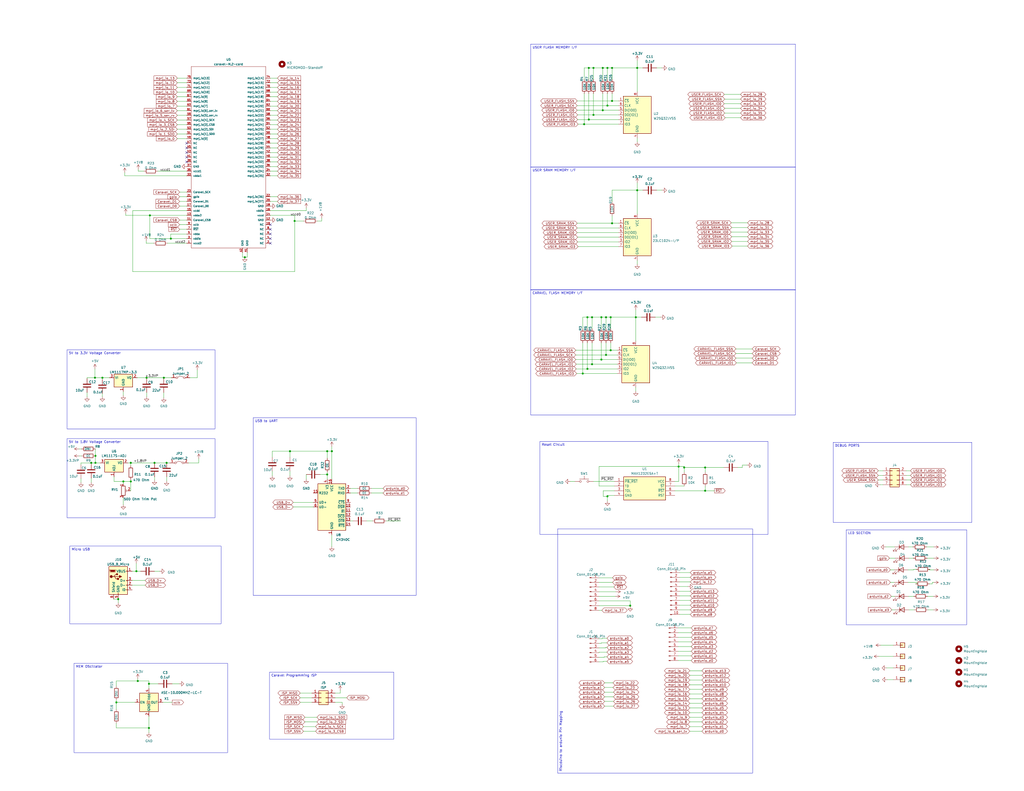
<source format=kicad_sch>
(kicad_sch (version 20230121) (generator eeschema)
  (paper "C")
  (title_block (date "2023-07-21") (rev "1.0.2"))
  (junction (at 347.726 37.084))
  (junction (at 81.28 373.38))
  (junction (at 71.374 262.89))
  (junction (at 178.562 259.08))
  (junction (at 334.01 55.118))
  (junction (at 328.93 37.084))
  (junction (at 80.01 206.248))
  (junction (at 67.31 262.89))
  (junction (at 321.31 37.084))
  (junction (at 323.088 173.228))
  (junction (at 133.604 140.462))
  (junction (at 323.85 37.084))
  (junction (at 331.47 57.658))
  (junction (at 84.328 252.73))
  (junction (at 384.81 267.97))
  (junction (at 323.85 62.738))
  (junction (at 75.184 371.856))
  (junction (at 320.548 201.422))
  (junction (at 334.01 121.92))
  (junction (at 330.708 193.802))
  (junction (at 331.47 37.084))
  (junction (at 331.47 271.018))
  (junction (at 160.782 120.65))
  (junction (at 323.088 198.882))
  (junction (at 370.332 254.762))
  (junction (at 71.374 252.73))
  (junction (at 343.916 330.708))
  (junction (at 81.788 117.602))
  (junction (at 318.77 67.818))
  (junction (at 74.422 311.912))
  (junction (at 89.408 206.248))
  (junction (at 333.248 173.228))
  (junction (at 63.5 383.54))
  (junction (at 52.07 252.73))
  (junction (at 333.248 191.262))
  (junction (at 318.008 203.962))
  (junction (at 328.93 60.198))
  (junction (at 328.168 196.342))
  (junction (at 330.708 173.228))
  (junction (at 181.102 246.38))
  (junction (at 49.784 252.73))
  (junction (at 93.218 130.302))
  (junction (at 90.932 252.73))
  (junction (at 334.01 37.084))
  (junction (at 328.168 173.228))
  (junction (at 158.242 246.38))
  (junction (at 64.516 327.152))
  (junction (at 81.28 397.51))
  (junction (at 347.726 103.886))
  (junction (at 51.816 206.248))
  (junction (at 384.81 255.27))
  (junction (at 178.562 246.38))
  (junction (at 52.07 248.92))
  (junction (at 321.31 65.278))
  (junction (at 346.964 173.228))
  (junction (at 320.548 173.228))
  (junction (at 55.88 206.248))
  (junction (at 373.38 255.27))
  (no_connect (at 101.854 85.852))
  (no_connect (at 101.854 80.772))
  (no_connect (at 101.854 78.232))
  (no_connect (at 147.574 122.682))
  (no_connect (at 101.854 88.392))
  (no_connect (at 147.574 130.302))
  (no_connect (at 101.854 83.312))
  (no_connect (at 147.574 125.222))
  (no_connect (at 147.574 127.762))
  (no_connect (at 147.574 132.842))
  (wire (pts (xy 334.01 55.118) (xy 337.566 55.118)))
  (wire (pts (xy 44.196 261.366) (xy 44.196 263.398)))
  (wire (pts (xy 343.916 330.708) (xy 343.916 328.168)))
  (wire (pts (xy 181.102 292.1) (xy 181.102 298.45)))
  (wire (pts (xy 376.428 381.508) (xy 383.032 381.508)))
  (wire (pts (xy 47.498 206.248) (xy 51.816 206.248)))
  (wire (pts (xy 330.708 173.228) (xy 333.248 173.228)))
  (wire (pts (xy 500.38 318.008) (xy 495.554 318.008)))
  (wire (pts (xy 175.514 119.126) (xy 175.514 120.65)))
  (wire (pts (xy 376.428 386.588) (xy 383.032 386.588)))
  (wire (pts (xy 200.152 284.48) (xy 203.2 284.48)))
  (wire (pts (xy 44.196 252.73) (xy 49.784 252.73)))
  (wire (pts (xy 147.574 117.602) (xy 160.782 117.602)))
  (wire (pts (xy 160.782 120.65) (xy 165.608 120.65)))
  (wire (pts (xy 71.374 252.73) (xy 71.374 254.254)))
  (wire (pts (xy 370.078 345.44) (xy 377.19 345.44)))
  (wire (pts (xy 89.408 214.376) (xy 89.408 217.17)))
  (wire (pts (xy 178.562 246.38) (xy 181.102 246.38)))
  (wire (pts (xy 328.93 37.084) (xy 331.47 37.084)))
  (wire (pts (xy 370.078 358.14) (xy 377.19 358.14)))
  (wire (pts (xy 508.762 318.77) (xy 508.762 318.008)))
  (wire (pts (xy 329.184 361.188) (xy 331.216 361.188)))
  (wire (pts (xy 81.28 391.16) (xy 81.28 397.51)))
  (wire (pts (xy 494.538 264.668) (xy 496.824 264.668)))
  (wire (pts (xy 335.28 265.43) (xy 326.898 265.43)))
  (wire (pts (xy 331.216 351.028) (xy 328.168 351.028)))
  (wire (pts (xy 167.132 259.08) (xy 167.132 261.62)))
  (wire (pts (xy 330.708 193.802) (xy 336.804 193.802)))
  (wire (pts (xy 370.078 353.06) (xy 377.444 353.06)))
  (wire (pts (xy 132.334 140.462) (xy 132.334 137.922)))
  (wire (pts (xy 326.898 348.742) (xy 328.676 348.742)))
  (wire (pts (xy 479.298 259.588) (xy 481.838 259.588)))
  (wire (pts (xy 101.854 60.452) (xy 96.774 60.452)))
  (wire (pts (xy 498.602 310.896) (xy 498.602 311.15)))
  (wire (pts (xy 81.28 397.51) (xy 81.28 400.05)))
  (wire (pts (xy 331.47 57.658) (xy 337.566 57.658)))
  (wire (pts (xy 72.39 148.336) (xy 160.782 148.336)))
  (wire (pts (xy 496.062 332.994) (xy 498.856 332.994)))
  (wire (pts (xy 500.38 318.77) (xy 500.38 318.008)))
  (wire (pts (xy 181.102 243.84) (xy 181.102 246.38)))
  (wire (pts (xy 347.726 103.886) (xy 350.774 103.886)))
  (wire (pts (xy 373.38 255.27) (xy 373.38 254.762)))
  (wire (pts (xy 370.84 320.294) (xy 375.412 320.294)))
  (wire (pts (xy 81.788 130.302) (xy 81.788 117.602)))
  (wire (pts (xy 151.384 107.442) (xy 147.574 107.442)))
  (wire (pts (xy 314.452 198.882) (xy 323.088 198.882)))
  (wire (pts (xy 333.248 187.198) (xy 333.248 191.262)))
  (wire (pts (xy 68.58 117.602) (xy 81.788 117.602)))
  (wire (pts (xy 151.384 68.072) (xy 147.574 68.072)))
  (wire (pts (xy 401.828 198.12) (xy 410.464 198.12)))
  (wire (pts (xy 329.184 361.442) (xy 329.184 361.188)))
  (wire (pts (xy 63.5 397.51) (xy 63.5 394.97)))
  (wire (pts (xy 328.676 348.488) (xy 331.216 348.488)))
  (wire (pts (xy 151.384 42.672) (xy 147.574 42.672)))
  (wire (pts (xy 331.47 270.51) (xy 331.47 271.018)))
  (wire (pts (xy 81.788 117.602) (xy 101.854 117.602)))
  (wire (pts (xy 507.492 310.896) (xy 506.984 310.896)))
  (wire (pts (xy 147.574 115.062) (xy 167.132 115.062)))
  (wire (pts (xy 321.31 43.434) (xy 321.31 37.084)))
  (wire (pts (xy 395.478 61.722) (xy 404.114 61.722)))
  (wire (pts (xy 373.38 255.27) (xy 384.81 255.27)))
  (wire (pts (xy 81.28 397.51) (xy 63.5 397.51)))
  (wire (pts (xy 326.898 330.708) (xy 343.916 330.708)))
  (wire (pts (xy 51.816 206.248) (xy 55.88 206.248)))
  (wire (pts (xy 182.88 383.54) (xy 186.69 383.54)))
  (wire (pts (xy 376.428 373.888) (xy 383.032 373.888)))
  (wire (pts (xy 384.81 255.27) (xy 384.81 257.81)))
  (wire (pts (xy 376.428 399.288) (xy 383.032 399.288)))
  (wire (pts (xy 320.548 201.422) (xy 336.804 201.422)))
  (wire (pts (xy 47.498 214.376) (xy 47.498 216.662)))
  (wire (pts (xy 62.23 262.89) (xy 67.31 262.89)))
  (wire (pts (xy 97.79 373.38) (xy 93.98 373.38)))
  (wire (pts (xy 399.034 121.666) (xy 407.924 121.666)))
  (wire (pts (xy 71.374 262.89) (xy 71.374 267.97)))
  (wire (pts (xy 483.87 364.744) (xy 487.426 364.744)))
  (wire (pts (xy 148.59 257.302) (xy 148.59 259.842)))
  (wire (pts (xy 399.288 129.286) (xy 407.924 129.286)))
  (wire (pts (xy 151.384 45.212) (xy 147.574 45.212)))
  (wire (pts (xy 43.18 245.11) (xy 44.45 245.11)))
  (wire (pts (xy 68.072 96.012) (xy 101.854 96.012)))
  (wire (pts (xy 101.854 68.072) (xy 96.774 68.072)))
  (wire (pts (xy 399.288 124.206) (xy 407.924 124.206)))
  (wire (pts (xy 165.608 396.748) (xy 172.212 396.748)))
  (wire (pts (xy 405.13 255.27) (xy 405.13 254)))
  (wire (pts (xy 101.854 120.142) (xy 98.044 120.142)))
  (wire (pts (xy 101.854 125.222) (xy 98.044 125.222)))
  (wire (pts (xy 395.224 56.642) (xy 404.114 56.642)))
  (wire (pts (xy 315.214 62.738) (xy 323.85 62.738)))
  (wire (pts (xy 395.478 59.182) (xy 404.114 59.182)))
  (wire (pts (xy 370.078 342.9) (xy 377.19 342.9)))
  (wire (pts (xy 160.02 274.32) (xy 170.942 274.32)))
  (wire (pts (xy 370.84 315.214) (xy 376.682 315.214)))
  (wire (pts (xy 151.384 109.982) (xy 147.574 109.982)))
  (wire (pts (xy 329.692 358.648) (xy 331.216 358.648)))
  (wire (pts (xy 480.568 352.298) (xy 487.426 352.298)))
  (wire (pts (xy 182.88 378.46) (xy 185.674 378.46)))
  (wire (pts (xy 64.516 327.152) (xy 64.516 329.184)))
  (wire (pts (xy 84.328 252.73) (xy 90.932 252.73)))
  (wire (pts (xy 323.85 262.89) (xy 335.28 262.89)))
  (wire (pts (xy 347.726 75.438) (xy 347.726 77.47)))
  (wire (pts (xy 81.788 130.302) (xy 93.218 130.302)))
  (wire (pts (xy 51.816 201.422) (xy 51.816 206.248)))
  (wire (pts (xy 315.214 132.08) (xy 337.566 132.08)))
  (wire (pts (xy 323.088 187.198) (xy 323.088 198.882)))
  (wire (pts (xy 328.168 179.578) (xy 328.168 173.228)))
  (wire (pts (xy 334.01 103.886) (xy 334.01 110.236)))
  (wire (pts (xy 486.41 325.628) (xy 488.188 325.628)))
  (wire (pts (xy 49.784 252.73) (xy 52.07 252.73)))
  (wire (pts (xy 71.374 261.874) (xy 71.374 262.89)))
  (wire (pts (xy 331.47 273.558) (xy 331.47 271.018)))
  (wire (pts (xy 346.964 169.164) (xy 346.964 173.228)))
  (wire (pts (xy 328.168 351.282) (xy 326.898 351.282)))
  (wire (pts (xy 323.85 37.084) (xy 323.85 43.434)))
  (wire (pts (xy 71.374 267.97) (xy 71.12 267.97)))
  (wire (pts (xy 318.008 203.962) (xy 336.804 203.962)))
  (wire (pts (xy 163.83 383.54) (xy 170.18 383.54)))
  (wire (pts (xy 151.384 90.932) (xy 147.574 90.932)))
  (wire (pts (xy 314.96 57.658) (xy 331.47 57.658)))
  (wire (pts (xy 67.31 213.868) (xy 67.31 215.9)))
  (wire (pts (xy 151.384 85.852) (xy 147.574 85.852)))
  (wire (pts (xy 151.384 50.292) (xy 147.574 50.292)))
  (wire (pts (xy 318.008 187.198) (xy 318.008 203.962)))
  (wire (pts (xy 331.47 270.51) (xy 335.28 270.51)))
  (wire (pts (xy 314.198 193.802) (xy 330.708 193.802)))
  (wire (pts (xy 370.332 262.89) (xy 368.3 262.89)))
  (wire (pts (xy 486.664 332.994) (xy 488.442 332.994)))
  (wire (pts (xy 395.732 64.262) (xy 404.114 64.262)))
  (wire (pts (xy 101.854 73.152) (xy 96.774 73.152)))
  (wire (pts (xy 67.31 262.89) (xy 67.31 264.16)))
  (wire (pts (xy 318.77 37.084) (xy 321.31 37.084)))
  (wire (pts (xy 185.674 378.46) (xy 185.674 376.936)))
  (wire (pts (xy 329.946 377.952) (xy 334.772 377.952)))
  (wire (pts (xy 328.168 173.228) (xy 330.708 173.228)))
  (wire (pts (xy 500.38 318.77) (xy 499.618 318.77)))
  (wire (pts (xy 84.328 311.912) (xy 87.122 311.912)))
  (wire (pts (xy 181.102 246.38) (xy 181.102 261.62)))
  (wire (pts (xy 191.262 284.48) (xy 192.532 284.48)))
  (wire (pts (xy 174.752 259.08) (xy 178.562 259.08)))
  (wire (pts (xy 368.3 267.97) (xy 384.81 267.97)))
  (wire (pts (xy 81.28 371.856) (xy 81.28 373.38)))
  (wire (pts (xy 507.238 318.77) (xy 508.762 318.77)))
  (wire (pts (xy 401.574 190.5) (xy 410.464 190.5)))
  (wire (pts (xy 72.136 316.992) (xy 79.248 316.992)))
  (wire (pts (xy 506.476 332.994) (xy 509.27 332.994)))
  (wire (pts (xy 328.168 196.342) (xy 336.804 196.342)))
  (wire (pts (xy 330.454 353.568) (xy 331.216 353.568)))
  (wire (pts (xy 191.262 269.24) (xy 195.072 269.24)))
  (wire (pts (xy 160.782 120.65) (xy 160.782 117.602)))
  (wire (pts (xy 55.88 206.248) (xy 59.69 206.248)))
  (wire (pts (xy 318.008 173.228) (xy 318.008 179.578)))
  (wire (pts (xy 68.58 117.602) (xy 68.58 116.586)))
  (wire (pts (xy 63.5 383.54) (xy 73.66 383.54)))
  (wire (pts (xy 101.854 65.532) (xy 96.774 65.532)))
  (wire (pts (xy 370.84 325.374) (xy 376.682 325.374)))
  (wire (pts (xy 178.562 246.38) (xy 178.562 250.19)))
  (wire (pts (xy 182.88 381) (xy 189.23 381)))
  (wire (pts (xy 498.602 310.896) (xy 499.872 310.896)))
  (wire (pts (xy 314.96 121.92) (xy 334.01 121.92)))
  (wire (pts (xy 376.428 396.748) (xy 383.032 396.748)))
  (wire (pts (xy 323.85 62.738) (xy 337.566 62.738)))
  (wire (pts (xy 320.548 173.228) (xy 323.088 173.228)))
  (wire (pts (xy 328.93 60.198) (xy 337.566 60.198)))
  (wire (pts (xy 331.47 37.084) (xy 334.01 37.084)))
  (wire (pts (xy 160.02 276.86) (xy 170.942 276.86)))
  (wire (pts (xy 331.47 51.054) (xy 331.47 57.658)))
  (wire (pts (xy 61.976 327.152) (xy 64.516 327.152)))
  (wire (pts (xy 101.854 50.292) (xy 96.774 50.292)))
  (wire (pts (xy 494.538 259.588) (xy 496.824 259.588)))
  (wire (pts (xy 370.84 317.754) (xy 376.682 317.754)))
  (wire (pts (xy 326.898 315.468) (xy 334.264 315.468)))
  (wire (pts (xy 314.198 191.262) (xy 333.248 191.262)))
  (wire (pts (xy 72.39 115.062) (xy 101.854 115.062)))
  (wire (pts (xy 62.23 260.35) (xy 62.23 262.89)))
  (wire (pts (xy 75.438 93.472) (xy 75.438 92.456)))
  (wire (pts (xy 405.13 255.27) (xy 402.59 255.27)))
  (wire (pts (xy 329.946 372.872) (xy 334.518 372.872)))
  (wire (pts (xy 311.15 262.89) (xy 313.69 262.89)))
  (wire (pts (xy 84.328 260.35) (xy 84.328 262.128)))
  (wire (pts (xy 479.298 257.048) (xy 481.838 257.048)))
  (wire (pts (xy 318.008 173.228) (xy 320.548 173.228)))
  (wire (pts (xy 357.632 173.228) (xy 360.426 173.228)))
  (wire (pts (xy 329.946 383.032) (xy 334.772 383.032)))
  (wire (pts (xy 72.136 319.532) (xy 79.248 319.532)))
  (wire (pts (xy 506.984 310.896) (xy 506.984 311.15)))
  (wire (pts (xy 334.01 103.886) (xy 347.726 103.886)))
  (wire (pts (xy 186.69 383.54) (xy 186.69 384.556)))
  (wire (pts (xy 158.242 257.302) (xy 158.242 259.842)))
  (wire (pts (xy 484.124 371.094) (xy 487.426 371.094)))
  (wire (pts (xy 101.854 42.672) (xy 96.774 42.672)))
  (wire (pts (xy 93.218 127.762) (xy 93.218 130.302)))
  (wire (pts (xy 395.224 51.562) (xy 404.114 51.562)))
  (wire (pts (xy 329.946 380.492) (xy 334.772 380.492)))
  (wire (pts (xy 508.762 318.008) (xy 509.524 318.008)))
  (wire (pts (xy 151.384 62.992) (xy 147.574 62.992)))
  (wire (pts (xy 86.106 93.472) (xy 101.854 93.472)))
  (wire (pts (xy 315.468 134.62) (xy 337.566 134.62)))
  (wire (pts (xy 107.696 206.248) (xy 103.632 206.248)))
  (wire (pts (xy 166.37 394.208) (xy 172.974 394.208)))
  (wire (pts (xy 320.548 179.578) (xy 320.548 173.228)))
  (wire (pts (xy 328.93 51.054) (xy 328.93 60.198)))
  (wire (pts (xy 370.84 327.914) (xy 376.682 327.914)))
  (wire (pts (xy 358.394 37.084) (xy 361.188 37.084)))
  (wire (pts (xy 166.37 391.668) (xy 172.974 391.668)))
  (wire (pts (xy 323.088 198.882) (xy 336.804 198.882)))
  (wire (pts (xy 72.136 311.912) (xy 74.422 311.912)))
  (wire (pts (xy 346.964 211.582) (xy 346.964 213.614)))
  (wire (pts (xy 326.898 333.248) (xy 328.422 333.248)))
  (wire (pts (xy 89.408 206.248) (xy 93.472 206.248)))
  (wire (pts (xy 347.726 142.24) (xy 347.726 144.272)))
  (wire (pts (xy 315.214 65.278) (xy 321.31 65.278)))
  (wire (pts (xy 333.248 173.228) (xy 346.964 173.228)))
  (wire (pts (xy 506.984 311.15) (xy 509.524 311.15)))
  (wire (pts (xy 81.28 373.38) (xy 81.28 375.92)))
  (wire (pts (xy 151.384 96.012) (xy 147.574 96.012)))
  (wire (pts (xy 78.486 93.472) (xy 75.438 93.472)))
  (wire (pts (xy 329.692 358.902) (xy 329.692 358.648)))
  (wire (pts (xy 323.85 37.084) (xy 328.93 37.084)))
  (wire (pts (xy 329.184 267.97) (xy 329.184 271.018)))
  (wire (pts (xy 347.726 33.02) (xy 347.726 37.084)))
  (wire (pts (xy 333.248 173.228) (xy 333.248 179.578)))
  (wire (pts (xy 334.01 117.856) (xy 334.01 121.92)))
  (wire (pts (xy 368.3 265.43) (xy 373.38 265.43)))
  (wire (pts (xy 331.216 356.108) (xy 326.898 356.108)))
  (wire (pts (xy 326.898 323.088) (xy 336.042 323.088)))
  (wire (pts (xy 315.214 129.54) (xy 337.566 129.54)))
  (wire (pts (xy 376.428 394.208) (xy 383.032 394.208)))
  (wire (pts (xy 151.384 57.912) (xy 147.574 57.912)))
  (wire (pts (xy 101.854 107.442) (xy 98.044 107.442)))
  (wire (pts (xy 326.898 265.43) (xy 326.898 254.762)))
  (wire (pts (xy 151.384 70.612) (xy 147.574 70.612)))
  (wire (pts (xy 151.384 83.312) (xy 147.574 83.312)))
  (wire (pts (xy 485.902 311.15) (xy 487.934 311.15)))
  (wire (pts (xy 151.384 88.392) (xy 147.574 88.392)))
  (wire (pts (xy 323.088 173.228) (xy 323.088 179.578)))
  (wire (pts (xy 326.898 358.902) (xy 329.692 358.902)))
  (wire (pts (xy 314.198 196.342) (xy 328.168 196.342)))
  (wire (pts (xy 44.196 252.73) (xy 44.196 253.746)))
  (wire (pts (xy 148.59 249.682) (xy 148.59 246.38)))
  (wire (pts (xy 318.77 37.084) (xy 318.77 43.434)))
  (wire (pts (xy 90.932 252.73) (xy 92.71 252.73)))
  (wire (pts (xy 80.01 214.376) (xy 80.01 216.662)))
  (wire (pts (xy 376.428 384.048) (xy 383.032 384.048)))
  (wire (pts (xy 399.542 134.366) (xy 407.924 134.366)))
  (wire (pts (xy 321.31 37.084) (xy 323.85 37.084)))
  (wire (pts (xy 320.548 187.198) (xy 320.548 201.422)))
  (wire (pts (xy 158.242 246.38) (xy 178.562 246.38)))
  (wire (pts (xy 133.604 140.462) (xy 132.334 140.462)))
  (wire (pts (xy 496.062 304.8) (xy 498.348 304.8)))
  (wire (pts (xy 376.428 389.128) (xy 383.032 389.128)))
  (wire (pts (xy 55.88 214.884) (xy 55.88 216.662)))
  (wire (pts (xy 93.218 130.302) (xy 101.854 130.302)))
  (wire (pts (xy 370.078 360.68) (xy 377.19 360.68)))
  (wire (pts (xy 151.384 75.692) (xy 147.574 75.692)))
  (wire (pts (xy 63.5 371.856) (xy 75.184 371.856)))
  (wire (pts (xy 376.428 376.428) (xy 383.032 376.428)))
  (wire (pts (xy 370.078 355.6) (xy 377.19 355.6)))
  (wire (pts (xy 191.262 266.7) (xy 195.072 266.7)))
  (wire (pts (xy 399.034 126.746) (xy 407.924 126.746)))
  (wire (pts (xy 347.726 99.822) (xy 347.726 103.886)))
  (wire (pts (xy 495.808 325.628) (xy 498.602 325.628)))
  (wire (pts (xy 347.726 37.084) (xy 350.774 37.084)))
  (wire (pts (xy 318.77 67.818) (xy 337.566 67.818)))
  (wire (pts (xy 498.602 311.15) (xy 495.554 311.15)))
  (wire (pts (xy 370.332 254.762) (xy 370.332 262.89)))
  (wire (pts (xy 107.696 201.93) (xy 107.696 206.248)))
  (wire (pts (xy 494.538 262.128) (xy 496.824 262.128)))
  (wire (pts (xy 479.552 358.394) (xy 487.426 358.394)))
  (wire (pts (xy 108.458 250.444) (xy 108.458 252.73)))
  (wire (pts (xy 384.81 267.97) (xy 389.89 267.97)))
  (wire (pts (xy 79.756 132.842) (xy 83.82 132.842)))
  (wire (pts (xy 178.562 259.08) (xy 178.562 261.62)))
  (wire (pts (xy 52.07 252.73) (xy 54.61 252.73)))
  (wire (pts (xy 323.088 173.228) (xy 328.168 173.228)))
  (wire (pts (xy 326.898 325.628) (xy 335.788 325.628)))
  (wire (pts (xy 101.854 104.902) (xy 98.044 104.902)))
  (wire (pts (xy 328.93 43.434) (xy 328.93 37.084)))
  (wire (pts (xy 101.854 52.832) (xy 96.774 52.832)))
  (wire (pts (xy 326.898 318.008) (xy 334.264 318.008)))
  (wire (pts (xy 134.874 137.922) (xy 134.874 140.462)))
  (wire (pts (xy 347.726 116.84) (xy 347.726 103.886)))
  (wire (pts (xy 101.854 122.682) (xy 98.044 122.682)))
  (wire (pts (xy 330.454 353.822) (xy 330.454 353.568)))
  (wire (pts (xy 165.608 399.288) (xy 172.212 399.288)))
  (wire (pts (xy 485.902 318.008) (xy 487.934 318.008)))
  (wire (pts (xy 370.078 350.52) (xy 377.19 350.52)))
  (wire (pts (xy 321.31 65.278) (xy 337.566 65.278)))
  (wire (pts (xy 343.916 331.216) (xy 343.916 330.708)))
  (wire (pts (xy 314.96 60.198) (xy 328.93 60.198)))
  (wire (pts (xy 485.394 304.8) (xy 488.442 304.8)))
  (wire (pts (xy 202.692 269.24) (xy 209.042 269.24)))
  (wire (pts (xy 323.85 51.054) (xy 323.85 62.738)))
  (wire (pts (xy 328.168 351.028) (xy 328.168 351.282)))
  (wire (pts (xy 69.85 252.73) (xy 71.374 252.73)))
  (wire (pts (xy 52.07 248.92) (xy 52.07 252.73)))
  (wire (pts (xy 175.514 120.65) (xy 173.228 120.65)))
  (wire (pts (xy 101.854 70.612) (xy 96.774 70.612)))
  (wire (pts (xy 334.01 51.054) (xy 334.01 55.118)))
  (wire (pts (xy 505.714 298.704) (xy 509.524 298.704)))
  (wire (pts (xy 151.384 60.452) (xy 147.574 60.452)))
  (wire (pts (xy 370.078 347.98) (xy 377.19 347.98)))
  (wire (pts (xy 80.01 206.248) (xy 80.01 206.756)))
  (wire (pts (xy 328.168 187.198) (xy 328.168 196.342)))
  (wire (pts (xy 74.422 307.594) (xy 74.422 311.912)))
  (wire (pts (xy 163.83 381) (xy 170.18 381)))
  (wire (pts (xy 158.242 249.682) (xy 158.242 246.38)))
  (wire (pts (xy 72.39 115.062) (xy 72.39 148.336)))
  (wire (pts (xy 90.932 260.35) (xy 90.932 262.636)))
  (wire (pts (xy 331.47 37.084) (xy 331.47 43.434)))
  (wire (pts (xy 479.298 262.128) (xy 481.838 262.128)))
  (wire (pts (xy 93.218 127.762) (xy 101.854 127.762)))
  (wire (pts (xy 151.384 65.532) (xy 147.574 65.532)))
  (wire (pts (xy 395.478 54.102) (xy 404.114 54.102)))
  (wire (pts (xy 376.428 378.968) (xy 383.032 378.968)))
  (wire (pts (xy 163.83 378.46) (xy 170.18 378.46)))
  (wire (pts (xy 67.31 271.78) (xy 67.31 275.59)))
  (wire (pts (xy 68.072 96.012) (xy 68.072 94.234)))
  (wire (pts (xy 376.428 371.348) (xy 383.032 371.348)))
  (wire (pts (xy 483.362 298.704) (xy 488.188 298.704)))
  (wire (pts (xy 370.84 312.674) (xy 376.682 312.674)))
  (wire (pts (xy 108.458 252.73) (xy 102.87 252.73)))
  (wire (pts (xy 326.898 328.168) (xy 343.916 328.168)))
  (wire (pts (xy 75.184 370.586) (xy 75.184 371.856)))
  (wire (pts (xy 101.854 75.692) (xy 96.774 75.692)))
  (wire (pts (xy 151.384 47.752) (xy 147.574 47.752)))
  (wire (pts (xy 148.59 246.38) (xy 158.242 246.38)))
  (wire (pts (xy 347.726 50.038) (xy 347.726 37.084)))
  (wire (pts (xy 330.708 173.228) (xy 330.708 179.578)))
  (wire (pts (xy 370.84 322.834) (xy 376.682 322.834)))
  (wire (pts (xy 505.968 304.8) (xy 509.524 304.8)))
  (wire (pts (xy 376.428 391.668) (xy 383.032 391.668)))
  (wire (pts (xy 101.854 55.372) (xy 96.774 55.372)))
  (wire (pts (xy 326.898 361.442) (xy 329.184 361.442)))
  (wire (pts (xy 370.332 253.238) (xy 370.332 254.762)))
  (wire (pts (xy 314.96 55.118) (xy 334.01 55.118)))
  (wire (pts (xy 89.408 206.248) (xy 89.408 206.756)))
  (wire (pts (xy 373.38 257.81) (xy 373.38 255.27)))
  (wire (pts (xy 346.964 173.228) (xy 350.012 173.228)))
  (wire (pts (xy 334.01 121.92) (xy 337.566 121.92)))
  (wire (pts (xy 401.574 193.04) (xy 410.464 193.04)))
  (wire (pts (xy 370.84 330.454) (xy 376.682 330.454)))
  (wire (pts (xy 79.756 131.572) (xy 79.756 132.842)))
  (wire (pts (xy 88.9 383.54) (xy 93.98 383.54)))
  (wire (pts (xy 326.898 320.548) (xy 335.026 320.548)))
  (wire (pts (xy 314.96 124.46) (xy 337.566 124.46)))
  (wire (pts (xy 91.44 132.842) (xy 101.854 132.842)))
  (wire (pts (xy 101.854 62.992) (xy 96.774 62.992)))
  (wire (pts (xy 376.428 366.268) (xy 383.032 366.268)))
  (wire (pts (xy 202.692 266.7) (xy 209.042 266.7)))
  (wire (pts (xy 47.498 206.756) (xy 47.498 206.248)))
  (wire (pts (xy 81.28 373.38) (xy 86.36 373.38)))
  (wire (pts (xy 101.854 112.522) (xy 98.044 112.522)))
  (wire (pts (xy 494.538 257.048) (xy 496.824 257.048)))
  (wire (pts (xy 210.82 284.48) (xy 218.694 284.48)))
  (wire (pts (xy 178.562 257.81) (xy 178.562 259.08)))
  (wire (pts (xy 52.07 245.11) (xy 52.07 248.92)))
  (wire (pts (xy 333.248 191.262) (xy 336.804 191.262)))
  (wire (pts (xy 151.384 80.772) (xy 147.574 80.772)))
  (wire (pts (xy 384.81 265.43) (xy 384.81 267.97)))
  (wire (pts (xy 330.708 187.198) (xy 330.708 193.802)))
  (wire (pts (xy 63.5 383.54) (xy 63.5 387.35)))
  (wire (pts (xy 67.31 262.89) (xy 71.374 262.89)))
  (wire (pts (xy 321.31 51.054) (xy 321.31 65.278)))
  (wire (pts (xy 376.428 368.808) (xy 383.032 368.808)))
  (wire (pts (xy 335.28 267.97) (xy 329.184 267.97)))
  (wire (pts (xy 384.81 255.27) (xy 394.97 255.27)))
  (wire (pts (xy 101.854 57.912) (xy 96.774 57.912)))
  (wire (pts (xy 326.898 356.108) (xy 326.898 356.362)))
  (wire (pts (xy 373.38 254.762) (xy 370.332 254.762)))
  (wire (pts (xy 101.854 109.982) (xy 98.044 109.982)))
  (wire (pts (xy 74.422 311.912) (xy 76.708 311.912)))
  (wire (pts (xy 314.452 201.422) (xy 320.548 201.422)))
  (wire (pts (xy 75.184 371.856) (xy 81.28 371.856)))
  (wire (pts (xy 326.898 353.822) (xy 330.454 353.822)))
  (wire (pts (xy 328.676 348.742) (xy 328.676 348.488)))
  (wire (pts (xy 74.93 206.248) (xy 80.01 206.248)))
  (wire (pts (xy 399.288 131.826) (xy 407.924 131.826)))
  (wire (pts (xy 326.898 254.762) (xy 370.332 254.762)))
  (wire (pts (xy 151.384 93.472) (xy 147.574 93.472)))
  (wire (pts (xy 151.384 73.152) (xy 147.574 73.152)))
  (wire (pts (xy 334.01 37.084) (xy 334.01 43.434)))
  (wire (pts (xy 151.384 78.232) (xy 147.574 78.232)))
  (wire (pts (xy 63.5 371.856) (xy 63.5 374.65)))
  (wire (pts (xy 167.132 113.538) (xy 167.132 115.062)))
  (wire (pts (xy 370.84 332.994) (xy 376.682 332.994)))
  (wire (pts (xy 370.84 335.534) (xy 376.682 335.534)))
  (wire (pts (xy 405.13 254) (xy 407.67 254)))
  (wire (pts (xy 318.77 51.054) (xy 318.77 67.818)))
  (wire (pts (xy 151.384 55.372) (xy 147.574 55.372)))
  (wire (pts (xy 480.314 264.668) (xy 481.838 264.668)))
  (wire (pts (xy 315.468 67.818) (xy 318.77 67.818)))
  (wire (pts (xy 329.946 385.572) (xy 334.772 385.572)))
  (wire (pts (xy 101.854 45.212) (xy 96.774 45.212)))
  (wire (pts (xy 80.01 206.248) (xy 89.408 206.248)))
  (wire (pts (xy 334.01 37.084) (xy 347.726 37.084)))
  (wire (pts (xy 134.874 140.462) (xy 133.604 140.462)))
  (wire (pts (xy 63.5 382.27) (xy 63.5 383.54)))
  (wire (pts (xy 314.706 203.962) (xy 318.008 203.962)))
  (wire (pts (xy 329.946 375.412) (xy 334.518 375.412)))
  (wire (pts (xy 314.96 127) (xy 337.566 127)))
  (wire (pts (xy 495.808 298.704) (xy 498.094 298.704)))
  (wire (pts (xy 160.782 148.336) (xy 160.782 120.65)))
  (wire (pts (xy 49.784 261.112) (xy 49.784 263.398)))
  (wire (pts (xy 43.18 248.92) (xy 44.45 248.92)))
  (wire (pts (xy 346.964 186.182) (xy 346.964 173.228)))
  (wire (pts (xy 506.222 325.628) (xy 509.27 325.628)))
  (wire (pts (xy 401.574 195.58) (xy 410.464 195.58)))
  (wire (pts (xy 71.374 252.73) (xy 84.328 252.73)))
  (wire (pts (xy 151.384 52.832) (xy 147.574 52.832)))
  (wire (pts (xy 329.184 271.018) (xy 331.47 271.018)))
  (wire (pts (xy 101.854 47.752) (xy 96.774 47.752)))
  (wire (pts (xy 49.784 253.492) (xy 49.784 252.73)))
  (wire (pts (xy 55.88 207.264) (xy 55.88 206.248)))
  (wire (pts (xy 358.394 103.886) (xy 361.188 103.886)))
  (text_box "MEM OScillator" (at 40.386 362.204 0) (size 83.82 48.768) (effects (font (size 1.27 1.27)) (justify left top)))
  (text_box "5V to 3.3V Voltage Converter" (at 36.576 191.008 0) (size 80.772 43.18) (effects (font (size 1.27 1.27)) (justify left top)))
  (text_box "LED SECTION" (at 461.772 289.306 0) (size 65.786 51.816) (effects (font (size 1.27 1.27)) (justify left top)))
  (text_box "Riscduino to ardunio Pin Mapping" (at 304.292 288.798 90) (size 106.426 133.35) (effects (font (size 1.27 1.27)) (justify left top)))
  (text_box "Micro USB" (at 38.1 298.196 0) (size 82.55 42.418) (effects (font (size 1.27 1.27)) (justify left top)))
  (text_box "USB to UART" (at 138.176 228.092 0) (size 88.9 97.028) (effects (font (size 1.27 1.27)) (justify left top)))
  (text_box "USER SRAM MEMORY I/F" (at 289.56 91.186 0) (size 144.526 67.056) (effects (font (size 1.27 1.27)) (justify left top)))
  (text_box "DEBUG PORTS" (at 454.66 241.554 0) (size 75.692 43.688) (effects (font (size 1.27 1.27)) (justify left top)))
  (text_box "Caravel Programming ISP" (at 147.066 367.03 0) (size 67.818 36.576) (effects (font (size 1.27 1.27)) (justify left top)))
  (text_box "USER FLASH MEMORY I/F" (at 289.56 24.13 0) (size 144.526 67.056) (effects (font (size 1.27 1.27)) (justify left top)))
  (text_box "5V to 1.8V Voltage Converter" (at 36.576 239.522 0) (size 80.772 43.18) (effects (font (size 1.27 1.27)) (justify left top)))
  (text_box "Reset Circuit" (at 294.64 241.046 0) (size 124.46 50.8) (effects (font (size 1.27 1.27)) (justify left top)))
  (text_box "CARAVEL FLASH MEMORY I/F" (at 289.56 158.242 0) (size 144.526 68.326) (effects (font (size 1.27 1.27)) (justify left top)))
  (label "vccd2" (at 95.504 133.096 0))
  (label "~{PS_RST}" (at 211.582 284.988 0))
  (label "~{PS_RST}" (at 327.914 262.636 0))
  (label "+1.8VP" (at 72.898 252.73 0))
  (label "vccd1" (at 87.376 93.726 0))
  (label "+3.3VP" (at 79.248 206.248 0))
  (label "vccd0" (at 158.496 118.11 0))
  (global_label "gpio" (shape input) (at 98.044 107.442 180) (property "Intersheetrefs" "${INTERSHEET_REFS}" (effects hide)))
  (global_label "USER_FLASH_SCK" (shape bidirectional) (at 395.224 51.562 180) (property "Intersheetrefs" "${INTERSHEET_REFS}" (effects hide)))
  (global_label "ardunio_d1" (shape input) (at 485.902 318.008 180) (property "Intersheetrefs" "${INTERSHEET_REFS}" (effects hide)))
  (global_label "ardunio_a1" (shape bidirectional) (at 331.216 351.028 0) (property "Intersheetrefs" "${INTERSHEET_REFS}" (effects hide)))
  (global_label "USER_FLASH_SSN" (shape bidirectional) (at 314.96 55.118 180) (property "Intersheetrefs" "${INTERSHEET_REFS}" (effects hide)))
  (global_label "ardunio_d6" (shape bidirectional) (at 383.032 384.048 0) (property "Intersheetrefs" "${INTERSHEET_REFS}" (effects hide)))
  (global_label "mprj_io_24" (shape bidirectional) (at 334.772 377.952 0) (property "Intersheetrefs" "${INTERSHEET_REFS}" (effects hide)))
  (global_label "ISP_MISO" (shape bidirectional) (at 163.83 378.46 180) (property "Intersheetrefs" "${INTERSHEET_REFS}" (effects hide)))
  (global_label "mprj_io_2_SDI" (shape input) (at 96.774 70.612 180) (property "Intersheetrefs" "${INTERSHEET_REFS}" (effects hide)))
  (global_label "ardunio_d7" (shape bidirectional) (at 377.19 342.9 0) (property "Intersheetrefs" "${INTERSHEET_REFS}" (effects hide)))
  (global_label "ardunio_d1" (shape bidirectional) (at 383.032 396.748 0) (property "Intersheetrefs" "${INTERSHEET_REFS}" (effects hide)))
  (global_label "ardunio_a3" (shape bidirectional) (at 331.216 356.108 0) (property "Intersheetrefs" "${INTERSHEET_REFS}" (effects hide)))
  (global_label "USER_FLASH_SCK" (shape bidirectional) (at 479.298 257.048 180) (property "Intersheetrefs" "${INTERSHEET_REFS}" (effects hide)))
  (global_label "mprj_io_1_SDO" (shape input) (at 96.774 73.152 180) (property "Intersheetrefs" "${INTERSHEET_REFS}" (effects hide)))
  (global_label "mprj_io_5_ser_rx" (shape input) (at 96.774 62.992 180) (property "Intersheetrefs" "${INTERSHEET_REFS}" (effects hide)))
  (global_label "mprj_io_16" (shape bidirectional) (at 376.428 378.968 180) (property "Intersheetrefs" "${INTERSHEET_REFS}" (effects hide)))
  (global_label "ardunio_a1" (shape bidirectional) (at 329.946 375.412 180) (property "Intersheetrefs" "${INTERSHEET_REFS}" (effects hide)))
  (global_label "USB_D-" (shape bidirectional) (at 79.248 319.532 0) (property "Intersheetrefs" "${INTERSHEET_REFS}" (effects hide)))
  (global_label "ardunio_d5" (shape bidirectional) (at 377.19 347.98 0) (property "Intersheetrefs" "${INTERSHEET_REFS}" (effects hide)))
  (global_label "mprj_io_22" (shape bidirectional) (at 334.518 372.872 0) (property "Intersheetrefs" "${INTERSHEET_REFS}" (effects hide)))
  (global_label "ISP_SCK" (shape bidirectional) (at 163.83 381 180) (property "Intersheetrefs" "${INTERSHEET_REFS}" (effects hide)))
  (global_label "ardunio_d1" (shape bidirectional) (at 209.042 269.24 0) (property "Intersheetrefs" "${INTERSHEET_REFS}" (effects hide)))
  (global_label "mprj_io_14" (shape input) (at 151.384 42.672 0) (property "Intersheetrefs" "${INTERSHEET_REFS}" (effects hide)))
  (global_label "mprj_io_10" (shape input) (at 96.774 50.292 180) (property "Intersheetrefs" "${INTERSHEET_REFS}" (effects hide)))
  (global_label "USER_FLASH_SSN" (shape bidirectional) (at 395.478 54.102 180) (property "Intersheetrefs" "${INTERSHEET_REFS}" (effects hide)))
  (global_label "mprj_io_7" (shape input) (at 96.774 57.912 180) (property "Intersheetrefs" "${INTERSHEET_REFS}" (effects hide)))
  (global_label "ardunio_a3" (shape bidirectional) (at 329.946 380.492 180) (property "Intersheetrefs" "${INTERSHEET_REFS}" (effects hide)))
  (global_label "mprj_io_6_ser_tx" (shape bidirectional) (at 376.428 399.288 180) (property "Intersheetrefs" "${INTERSHEET_REFS}" (effects hide)))
  (global_label "mprj_io_7" (shape bidirectional) (at 376.428 396.748 180) (property "Intersheetrefs" "${INTERSHEET_REFS}" (effects hide)))
  (global_label "mprj_io_28" (shape bidirectional) (at 404.114 51.562 0) (property "Intersheetrefs" "${INTERSHEET_REFS}" (effects hide)))
  (global_label "mprj_io_8" (shape bidirectional) (at 376.428 394.208 180) (property "Intersheetrefs" "${INTERSHEET_REFS}" (effects hide)))
  (global_label "mprj_io_25" (shape bidirectional) (at 334.772 380.492 0) (property "Intersheetrefs" "${INTERSHEET_REFS}" (effects hide)))
  (global_label "mprj_io_3_CSB" (shape input) (at 96.774 68.072 180) (property "Intersheetrefs" "${INTERSHEET_REFS}" (effects hide)))
  (global_label "ardunio_d11" (shape bidirectional) (at 383.032 371.348 0) (property "Intersheetrefs" "${INTERSHEET_REFS}" (effects hide)))
  (global_label "ardunio_a5" (shape bidirectional) (at 329.946 385.572 180) (property "Intersheetrefs" "${INTERSHEET_REFS}" (effects hide)))
  (global_label "USER_FLASH_IO2" (shape bidirectional) (at 395.478 61.722 180) (property "Intersheetrefs" "${INTERSHEET_REFS}" (effects hide)))
  (global_label "ardunio_a0" (shape bidirectional) (at 331.216 348.488 0) (property "Intersheetrefs" "${INTERSHEET_REFS}" (effects hide)))
  (global_label "Caravel_CSB" (shape bidirectional) (at 410.464 193.04 0) (property "Intersheetrefs" "${INTERSHEET_REFS}" (effects hide)))
  (global_label "ardunio_d3" (shape bidirectional) (at 377.19 353.06 0) (property "Intersheetrefs" "${INTERSHEET_REFS}" (effects hide)))
  (global_label "Caravel_SCK" (shape bidirectional) (at 410.464 190.5 0) (property "Intersheetrefs" "${INTERSHEET_REFS}" (effects hide)))
  (global_label "mprj_io_2_SDI" (shape input) (at 172.974 394.208 0) (property "Intersheetrefs" "${INTERSHEET_REFS}" (effects hide)))
  (global_label "USER_SRAM_SSN" (shape bidirectional) (at 399.288 124.206 180) (property "Intersheetrefs" "${INTERSHEET_REFS}" (effects hide)))
  (global_label "ISP_SCK" (shape input) (at 165.608 396.748 180) (property "Intersheetrefs" "${INTERSHEET_REFS}" (effects hide)))
  (global_label "CARAVEL_FLASH_IO1" (shape bidirectional) (at 401.828 198.12 180) (property "Intersheetrefs" "${INTERSHEET_REFS}" (effects hide)))
  (global_label "mprj_io_29" (shape bidirectional) (at 404.114 54.102 0) (property "Intersheetrefs" "${INTERSHEET_REFS}" (effects hide)))
  (global_label "mprj_io_35" (shape bidirectional) (at 404.114 61.722 0) (property "Intersheetrefs" "${INTERSHEET_REFS}" (effects hide)))
  (global_label "USB_D+" (shape bidirectional) (at 79.248 316.992 0) (property "Intersheetrefs" "${INTERSHEET_REFS}" (effects hide)))
  (global_label "ardunio_d6" (shape bidirectional) (at 377.19 345.44 0) (property "Intersheetrefs" "${INTERSHEET_REFS}" (effects hide)))
  (global_label "USER_FLASH_IO1" (shape bidirectional) (at 395.478 59.182 180) (property "Intersheetrefs" "${INTERSHEET_REFS}" (effects hide)))
  (global_label "USER_SRAM_IO0" (shape bidirectional) (at 399.034 126.746 180) (property "Intersheetrefs" "${INTERSHEET_REFS}" (effects hide)))
  (global_label "USB_D+" (shape bidirectional) (at 160.02 274.32 180) (property "Intersheetrefs" "${INTERSHEET_REFS}" (effects hide)))
  (global_label "USER_SRAM_IO1" (shape bidirectional) (at 315.214 129.54 180) (property "Intersheetrefs" "${INTERSHEET_REFS}" (effects hide)))
  (global_label "CARAVEL_FLASH_IO2" (shape bidirectional) (at 314.452 201.422 180) (property "Intersheetrefs" "${INTERSHEET_REFS}" (effects hide)))
  (global_label "ardunio_d9" (shape bidirectional) (at 383.032 376.428 0) (property "Intersheetrefs" "${INTERSHEET_REFS}" (effects hide)))
  (global_label "CARAVEL_FLASH_SCK" (shape bidirectional) (at 401.574 193.04 180) (property "Intersheetrefs" "${INTERSHEET_REFS}" (effects hide)))
  (global_label "ardunio_d10" (shape bidirectional) (at 376.682 330.454 0) (property "Intersheetrefs" "${INTERSHEET_REFS}" (effects hide)))
  (global_label "mprj_io_17" (shape bidirectional) (at 376.428 376.428 180) (property "Intersheetrefs" "${INTERSHEET_REFS}" (effects hide)))
  (global_label "mprj_io_26" (shape bidirectional) (at 334.772 383.032 0) (property "Intersheetrefs" "${INTERSHEET_REFS}" (effects hide)))
  (global_label "ISP_SSN" (shape bidirectional) (at 163.83 383.54 180) (property "Intersheetrefs" "${INTERSHEET_REFS}" (effects hide)))
  (global_label "mprj_io_14" (shape bidirectional) (at 376.428 384.048 180) (property "Intersheetrefs" "${INTERSHEET_REFS}" (effects hide)))
  (global_label "USER_SRAM_SSN" (shape bidirectional) (at 314.96 121.92 180) (property "Intersheetrefs" "${INTERSHEET_REFS}" (effects hide)))
  (global_label "ardunio_d7" (shape bidirectional) (at 383.032 381.508 0) (property "Intersheetrefs" "${INTERSHEET_REFS}" (effects hide)))
  (global_label "mprj_io_36" (shape bidirectional) (at 407.924 134.366 0) (property "Intersheetrefs" "${INTERSHEET_REFS}" (effects hide)))
  (global_label "mprj_io_31" (shape input) (at 151.384 85.852 0) (property "Intersheetrefs" "${INTERSHEET_REFS}" (effects hide)))
  (global_label "mprj_io_4_SCK" (shape input) (at 172.212 396.748 0) (property "Intersheetrefs" "${INTERSHEET_REFS}" (effects hide)))
  (global_label "Caravel_CSB" (shape input) (at 98.044 120.142 180) (property "Intersheetrefs" "${INTERSHEET_REFS}" (effects hide)))
  (global_label "ardunio_a5" (shape bidirectional) (at 376.682 312.674 0) (property "Intersheetrefs" "${INTERSHEET_REFS}" (effects hide)))
  (global_label "ardunio_a4" (shape bidirectional) (at 329.946 383.032 180) (property "Intersheetrefs" "${INTERSHEET_REFS}" (effects hide)))
  (global_label "CARAVEL_FLASH_IO0" (shape bidirectional) (at 314.198 196.342 180) (property "Intersheetrefs" "${INTERSHEET_REFS}" (effects hide)))
  (global_label "ardunio_d13" (shape bidirectional) (at 376.682 322.834 0) (property "Intersheetrefs" "${INTERSHEET_REFS}" (effects hide)))
  (global_label "USER_SRAM_IO2" (shape bidirectional) (at 399.288 131.826 180) (property "Intersheetrefs" "${INTERSHEET_REFS}" (effects hide)))
  (global_label "ardunio_d0" (shape bidirectional) (at 377.19 360.68 0) (property "Intersheetrefs" "${INTERSHEET_REFS}" (effects hide)))
  (global_label "USER_FLASH_IO2" (shape bidirectional) (at 496.824 262.128 0) (property "Intersheetrefs" "${INTERSHEET_REFS}" (effects hide)))
  (global_label "USER_FLASH_SSN" (shape bidirectional) (at 479.298 259.588 180) (property "Intersheetrefs" "${INTERSHEET_REFS}" (effects hide)))
  (global_label "mprj_io_33" (shape bidirectional) (at 407.924 126.746 0) (property "Intersheetrefs" "${INTERSHEET_REFS}" (effects hide)))
  (global_label "USER_FLASH_IO2" (shape bidirectional) (at 315.214 65.278 180) (property "Intersheetrefs" "${INTERSHEET_REFS}" (effects hide)))
  (global_label "mprj_io_35" (shape input) (at 151.384 96.012 0) (property "Intersheetrefs" "${INTERSHEET_REFS}" (effects hide)))
  (global_label "mprj_io_28" (shape input) (at 151.384 78.232 0) (property "Intersheetrefs" "${INTERSHEET_REFS}" (effects hide)))
  (global_label "mprj_io_8" (shape input) (at 96.774 55.372 180) (property "Intersheetrefs" "${INTERSHEET_REFS}" (effects hide)))
  (global_label "xclk" (shape input) (at 98.044 122.682 180) (property "Intersheetrefs" "${INTERSHEET_REFS}" (effects hide)))
  (global_label "mprj_io_18" (shape input) (at 151.384 52.832 0) (property "Intersheetrefs" "${INTERSHEET_REFS}" (effects hide)))
  (global_label "mprj_io_37" (shape bidirectional) (at 328.422 333.248 0) (property "Intersheetrefs" "${INTERSHEET_REFS}" (effects hide)))
  (global_label "mprj_io_33" (shape input) (at 151.384 90.932 0) (property "Intersheetrefs" "${INTERSHEET_REFS}" (effects hide)))
  (global_label "ardunio_d10" (shape bidirectional) (at 383.032 373.888 0) (property "Intersheetrefs" "${INTERSHEET_REFS}" (effects hide)))
  (global_label "USER_FLASH_IO0" (shape bidirectional) (at 395.224 56.642 180) (property "Intersheetrefs" "${INTERSHEET_REFS}" (effects hide)))
  (global_label "ardunio_d3" (shape bidirectional) (at 383.032 391.668 0) (property "Intersheetrefs" "${INTERSHEET_REFS}" (effects hide)))
  (global_label "mprj_io_20" (shape bidirectional) (at 376.428 368.808 180) (property "Intersheetrefs" "${INTERSHEET_REFS}" (effects hide)))
  (global_label "mprj_io_33" (shape bidirectional) (at 404.114 56.642 0) (property "Intersheetrefs" "${INTERSHEET_REFS}" (effects hide)))
  (global_label "mprj_io_36" (shape input) (at 151.384 107.442 0) (property "Intersheetrefs" "${INTERSHEET_REFS}" (effects hide)))
  (global_label "mprj_io_6_ser_tx" (shape input) (at 96.774 60.452 180) (property "Intersheetrefs" "${INTERSHEET_REFS}" (effects hide)))
  (global_label "ardunio_a4" (shape bidirectional) (at 331.216 358.648 0) (property "Intersheetrefs" "${INTERSHEET_REFS}" (effects hide)))
  (global_label "mprj_io_10" (shape bidirectional) (at 376.428 389.128 180) (property "Intersheetrefs" "${INTERSHEET_REFS}" (effects hide)))
  (global_label "mprj_io_25" (shape input) (at 151.384 70.612 0) (property "Intersheetrefs" "${INTERSHEET_REFS}" (effects hide)))
  (global_label "mprj_io_36" (shape bidirectional) (at 404.114 64.262 0) (property "Intersheetrefs" "${INTERSHEET_REFS}" (effects hide)))
  (global_label "mprj_io_24" (shape input) (at 151.384 68.072 0) (property "Intersheetrefs" "${INTERSHEET_REFS}" (effects hide)))
  (global_label "mprj_io_23" (shape input) (at 151.384 65.532 0) (property "Intersheetrefs" "${INTERSHEET_REFS}" (effects hide)))
  (global_label "CARAVEL_FLASH_IO3" (shape bidirectional) (at 314.706 203.962 180) (property "Intersheetrefs" "${INTERSHEET_REFS}" (effects hide)))
  (global_label "ardunio_a4" (shape bidirectional) (at 376.682 315.214 0) (property "Intersheetrefs" "${INTERSHEET_REFS}" (effects hide)))
  (global_label "mprj_io_17" (shape input) (at 151.384 50.292 0) (property "Intersheetrefs" "${INTERSHEET_REFS}" (effects hide)))
  (global_label "mprj_io_34" (shape bidirectional) (at 404.114 59.182 0) (property "Intersheetrefs" "${INTERSHEET_REFS}" (effects hide)))
  (global_label "mprj_io_4_SCK" (shape input) (at 96.774 65.532 180) (property "Intersheetrefs" "${INTERSHEET_REFS}" (effects hide)))
  (global_label "mprj_io_19" (shape bidirectional) (at 376.428 371.348 180) (property "Intersheetrefs" "${INTERSHEET_REFS}" (effects hide)))
  (global_label "xclk" (shape bidirectional) (at 334.264 318.008 0) (property "Intersheetrefs" "${INTERSHEET_REFS}" (effects hide)))
  (global_label "mprj_io_34" (shape input) (at 151.384 93.472 0) (property "Intersheetrefs" "${INTERSHEET_REFS}" (effects hide)))
  (global_label "USB_D-" (shape bidirectional) (at 160.02 276.86 180) (property "Intersheetrefs" "${INTERSHEET_REFS}" (effects hide)))
  (global_label "USER_SRAM_IO0" (shape bidirectional) (at 314.96 127 180) (property "Intersheetrefs" "${INTERSHEET_REFS}" (effects hide)))
  (global_label "mprj_io_27" (shape input) (at 151.384 75.692 0) (property "Intersheetrefs" "${INTERSHEET_REFS}" (effects hide)))
  (global_label "USER_SRAM_IO3" (shape bidirectional) (at 399.542 134.366 180) (property "Intersheetrefs" "${INTERSHEET_REFS}" (effects hide)))
  (global_label "USER_SRAM_SSN" (shape bidirectional) (at 479.298 262.128 180) (property "Intersheetrefs" "${INTERSHEET_REFS}" (effects hide)))
  (global_label "USER_SRAM_IO1" (shape bidirectional) (at 399.288 129.286 180) (property "Intersheetrefs" "${INTERSHEET_REFS}" (effects hide)))
  (global_label "CARAVEL_FLASH_SSN" (shape bidirectional) (at 314.198 191.262 180) (property "Intersheetrefs" "${INTERSHEET_REFS}" (effects hide)))
  (global_label "ardunio_d2" (shape input) (at 486.41 325.628 180) (property "Intersheetrefs" "${INTERSHEET_REFS}" (effects hide)))
  (global_label "mprj_io_21" (shape bidirectional) (at 376.428 366.268 180) (property "Intersheetrefs" "${INTERSHEET_REFS}" (effects hide)))
  (global_label "mprj_io_28" (shape bidirectional) (at 407.924 121.666 0) (property "Intersheetrefs" "${INTERSHEET_REFS}" (effects hide)))
  (global_label "ardunio_a0" (shape bidirectional) (at 329.946 372.872 180) (property "Intersheetrefs" "${INTERSHEET_REFS}" (effects hide)))
  (global_label "mprj_io_13" (shape bidirectional) (at 376.428 386.588 180) (property "Intersheetrefs" "${INTERSHEET_REFS}" (effects hide)))
  (global_label "ISP_MISO" (shape input) (at 166.37 391.668 180) (property "Intersheetrefs" "${INTERSHEET_REFS}" (effects hide)))
  (global_label "gpio" (shape input) (at 485.394 304.8 180) (property "Intersheetrefs" "${INTERSHEET_REFS}" (effects hide)))
  (global_label "ardunio_d0" (shape input) (at 485.902 311.15 180) (property "Intersheetrefs" "${INTERSHEET_REFS}" (effects hide)))
  (global_label "mprj_io_13" (shape input) (at 96.774 42.672 180) (property "Intersheetrefs" "${INTERSHEET_REFS}" (effects hide)))
  (global_label "mprj_io_34" (shape bidirectional) (at 407.924 129.286 0) (property "Intersheetrefs" "${INTERSHEET_REFS}" (effects hide)))
  (global_label "ardunio_d3" (shape input) (at 486.664 332.994 180) (property "Intersheetrefs" "${INTERSHEET_REFS}" (effects hide)))
  (global_label "mprj_io_31" (shape bidirectional) (at 407.924 124.206 0) (property "Intersheetrefs" "${INTERSHEET_REFS}" (effects hide)))
  (global_label "mprj_io_22" (shape input) (at 151.384 62.992 0) (property "Intersheetrefs" "${INTERSHEET_REFS}" (effects hide)))
  (global_label "USER_FLASH_IO1" (shape bidirectional) (at 315.214 62.738 180) (property "Intersheetrefs" "${INTERSHEET_REFS}" (effects hide)))
  (global_label "ardunio_a2" (shape bidirectional) (at 331.216 353.568 0) (property "Intersheetrefs" "${INTERSHEET_REFS}" (effects hide)))
  (global_label "Caravel_D0" (shape bidirectional) (at 410.464 195.58 0) (property "Intersheetrefs" "${INTERSHEET_REFS}" (effects hide)))
  (global_label "mprj_io_21" (shape input) (at 151.384 60.452 0) (property "Intersheetrefs" "${INTERSHEET_REFS}" (effects hide)))
  (global_label "CARAVEL_FLASH_SSN" (shape bidirectional) (at 401.574 190.5 180) (property "Intersheetrefs" "${INTERSHEET_REFS}" (effects hide)))
  (global_label "mprj_io_32" (shape input) (at 151.384 88.392 0) (property "Intersheetrefs" "${INTERSHEET_REFS}" (effects hide)))
  (global_label "USER_SRAM_IO3" (shape bidirectional) (at 315.468 134.62 180) (property "Intersheetrefs" "${INTERSHEET_REFS}" (effects hide)))
  (global_label "ardunio_a5" (shape bidirectional) (at 331.216 361.188 0) (property "Intersheetrefs" "${INTERSHEET_REFS}" (effects hide)))
  (global_label "ISP_MOSI" (shape bidirectional) (at 189.23 381 0) (property "Intersheetrefs" "${INTERSHEET_REFS}" (effects hide)))
  (global_label "mprj_io_35" (shape bidirectional) (at 407.924 131.826 0) (property "Intersheetrefs" "${INTERSHEET_REFS}" (effects hide)))
  (global_label "ardunio_a2" (shape bidirectional) (at 329.946 377.952 180) (property "Intersheetrefs" "${INTERSHEET_REFS}" (effects hide)))
  (global_label "mprj_io_15" (shape bidirectional) (at 376.428 381.508 180) (property "Intersheetrefs" "${INTERSHEET_REFS}" (effects hide)))
  (global_label "USER_FLASH_IO3" (shape bidirectional) (at 395.732 64.262 180) (property "Intersheetrefs" "${INTERSHEET_REFS}" (effects hide)))
  (global_label "ISP_MOSI" (shape input) (at 166.37 394.208 180) (property "Intersheetrefs" "${INTERSHEET_REFS}" (effects hide)))
  (global_label "ardunio_d8" (shape bidirectional) (at 383.032 378.968 0) (property "Intersheetrefs" "${INTERSHEET_REFS}" (effects hide)))
  (global_label "USER_FLASH_IO0" (shape bidirectional) (at 314.96 60.198 180) (property "Intersheetrefs" "${INTERSHEET_REFS}" (effects hide)))
  (global_label "ardunio_d4" (shape bidirectional) (at 377.19 350.52 0) (property "Intersheetrefs" "${INTERSHEET_REFS}" (effects hide)))
  (global_label "mprj_io_30" (shape input) (at 151.384 83.312 0) (property "Intersheetrefs" "${INTERSHEET_REFS}" (effects hide)))
  (global_label "ISP_SSN" (shape input) (at 165.608 399.288 180) (property "Intersheetrefs" "${INTERSHEET_REFS}" (effects hide)))
  (global_label "ardunio_d4" (shape bidirectional) (at 383.032 389.128 0) (property "Intersheetrefs" "${INTERSHEET_REFS}" (effects hide)))
  (global_label "USER_FLASH_SCK" (shape bidirectional) (at 314.96 57.658 180) (property "Intersheetrefs" "${INTERSHEET_REFS}" (effects hide)))
  (global_label "ardunio_d2" (shape bidirectional) (at 377.19 355.6 0) (property "Intersheetrefs" "${INTERSHEET_REFS}" (effects hide)))
  (global_label "ardunio_d9" (shape bidirectional) (at 376.682 332.994 0) (property "Intersheetrefs" "${INTERSHEET_REFS}" (effects hide)))
  (global_label "mprj_io_26" (shape input) (at 151.384 73.152 0) (property "Intersheetrefs" "${INTERSHEET_REFS}" (effects hide)))
  (global_label "mprj_io_27" (shape bidirectional) (at 334.772 385.572 0) (property "Intersheetrefs" "${INTERSHEET_REFS}" (effects hide)))
  (global_label "mprj_io_3_CSB" (shape input) (at 172.212 399.288 0) (property "Intersheetrefs" "${INTERSHEET_REFS}" (effects hide)))
  (global_label "USER_SRAM_IO2" (shape bidirectional) (at 315.214 132.08 180) (property "Intersheetrefs" "${INTERSHEET_REFS}" (effects hide)))
  (global_label "CARAVEL_FLASH_IO0" (shape bidirectional) (at 401.574 195.58 180) (property "Intersheetrefs" "${INTERSHEET_REFS}" (effects hide)))
  (global_label "ardunio_d0" (shape bidirectional) (at 383.032 399.288 0) (property "Intersheetrefs" "${INTERSHEET_REFS}" (effects hide)))
  (global_label "mprj_io_12" (shape input) (at 96.774 45.212 180) (property "Intersheetrefs" "${INTERSHEET_REFS}" (effects hide)))
  (global_label "ardunio_d11" (shape bidirectional) (at 376.682 327.914 0) (property "Intersheetrefs" "${INTERSHEET_REFS}" (effects hide)))
  (global_label "ardunio_d5" (shape bidirectional) (at 383.032 386.588 0) (property "Intersheetrefs" "${INTERSHEET_REFS}" (effects hide)))
  (global_label "ardunio_d13" (shape bidirectional) (at 383.032 366.268 0) (property "Intersheetrefs" "${INTERSHEET_REFS}" (effects hide)))
  (global_label "USER_FLASH_IO3" (shape bidirectional) (at 315.468 67.818 180) (property "Intersheetrefs" "${INTERSHEET_REFS}" (effects hide)))
  (global_label "ardunio_d8" (shape bidirectional) (at 376.682 335.534 0) (property "Intersheetrefs" "${INTERSHEET_REFS}" (effects hide)))
  (global_label "Caravel_D1" (shape input) (at 98.044 109.982 180) (property "Intersheetrefs" "${INTERSHEET_REFS}" (effects hide)))
  (global_label "USER_FLASH_IO0" (shape bidirectional) (at 496.824 257.048 0) (property "Intersheetrefs" "${INTERSHEET_REFS}" (effects hide)))
  (global_label "USER_FLASH_IO3" (shape bidirectional) (at 496.824 264.668 0) (property "Intersheetrefs" "${INTERSHEET_REFS}" (effects hide)))
  (global_label "mprj_io_9" (shape input) (at 96.774 52.832 180) (property "Intersheetrefs" "${INTERSHEET_REFS}" (effects hide)))
  (global_label "mprj_io_9" (shape bidirectional) (at 376.428 391.668 180) (property "Intersheetrefs" "${INTERSHEET_REFS}" (effects hide)))
  (global_label "xclk" (shape output) (at 93.98 383.54 0) (property "Intersheetrefs" "${INTERSHEET_REFS}" (effects hide)))
  (global_label "mprj_io_16" (shape input) (at 151.384 47.752 0) (property "Intersheetrefs" "${INTERSHEET_REFS}" (effects hide)))
  (global_label "ardunio_d12" (shape bidirectional) (at 376.682 325.374 0) (property "Intersheetrefs" "${INTERSHEET_REFS}" (effects hide)))
  (global_label "mprj_io_23" (shape bidirectional) (at 334.518 375.412 0) (property "Intersheetrefs" "${INTERSHEET_REFS}" (effects hide)))
  (global_label "~{RST}" (shape output) (at 389.89 267.97 0) (property "Intersheetrefs" "${INTERSHEET_REFS}" (effects hide)))
  (global_label "ardunio_d0" (shape bidirectional) (at 209.042 266.7 0) (property "Intersheetrefs" "${INTERSHEET_REFS}" (effects hide)))
  (global_label "gpio" (shape bidirectional) (at 334.264 315.468 0) (property "Intersheetrefs" "${INTERSHEET_REFS}" (effects hide)))
  (global_label "ardunio_d2" (shape bidirectional) (at 383.032 394.208 0) (property "Intersheetrefs" "${INTERSHEET_REFS}" (effects hide)))
  (global_label "mprj_io_15" (shape input) (at 151.384 45.212 0) (property "Intersheetrefs" "${INTERSHEET_REFS}" (effects hide)))
  (global_label "mprj_io_29" (shape input) (at 151.384 80.772 0) (property "Intersheetrefs" "${INTERSHEET_REFS}" (effects hide)))
  (global_label "CARAVEL_FLASH_SCK" (shape bidirectional) (at 314.198 193.802 180) (property "Intersheetrefs" "${INTERSHEET_REFS}" (effects hide)))
  (global_label "mprj_io_12" (shape bidirectional) (at 376.682 317.754 0) (property "Intersheetrefs" "${INTERSHEET_REFS}" (effects hide)))
  (global_label "mprj_io_37" (shape input) (at 151.384 109.982 0) (property "Intersheetrefs" "${INTERSHEET_REFS}" (effects hide)))
  (global_label "~{RST}" (shape input) (at 98.044 125.222 180) (property "Intersheetrefs" "${INTERSHEET_REFS}" (effects hide)))
  (global_label "Caravel_D1" (shape bidirectional) (at 410.464 198.12 0) (property "Intersheetrefs" "${INTERSHEET_REFS}" (effects hide)))
  (global_label "USER_SRAM_SCK" (shape bidirectional) (at 314.96 124.46 180) (property "Intersheetrefs" "${INTERSHEET_REFS}" (effects hide)))
  (global_label "mprj_io_20" (shape input) (at 151.384 57.912 0) (property "Intersheetrefs" "${INTERSHEET_REFS}" (effects hide)))
  (global_label "ardunio_d12" (shape bidirectional) (at 383.032 368.808 0) (property "Intersheetrefs" "${INTERSHEET_REFS}" (effects hide)))
  (global_label "mprj_io_19" (shape input) (at 151.384 55.372 0) (property "Intersheetrefs" "${INTERSHEET_REFS}" (effects hide)))
  (global_label "Caravel_D0" (shape input) (at 98.044 112.522 180) (property "Intersheetrefs" "${INTERSHEET_REFS}" (effects hide)))
  (global_label "mprj_io_0" (shape input) (at 96.774 75.692 180) (property "Intersheetrefs" "${INTERSHEET_REFS}" (effects hide)))
  (global_label "USER_FLASH_IO1" (shape bidirectional) (at 496.824 259.588 0) (property "Intersheetrefs" "${INTERSHEET_REFS}" (effects hide)))
  (global_label "USER_SRAM_SCK" (shape bidirectional) (at 399.034 121.666 180) (property "Intersheetrefs" "${INTERSHEET_REFS}" (effects hide)))
  (global_label "mprj_io_11" (shape input) (at 96.774 47.752 180) (property "Intersheetrefs" "${INTERSHEET_REFS}" (effects hide)))
  (global_label "mprj_io_18" (shape bidirectional) (at 376.428 373.888 180) (property "Intersheetrefs" "${INTERSHEET_REFS}" (effects hide)))
  (global_label "CARAVEL_FLASH_IO1" (shape bidirectional) (at 314.452 198.882 180) (property "Intersheetrefs" "${INTERSHEET_REFS}" (effects hide)))
  (global_label "mprj_io_1_SDO" (shape input) (at 172.974 391.668 0) (property "Intersheetrefs" "${INTERSHEET_REFS}" (effects hide)))
  (global_label "~{RST}" (shape bidirectional) (at 335.026 320.548 0) (property "Intersheetrefs" "${INTERSHEET_REFS}" (effects hide)))
  (global_label "ardunio_d1" (shape bidirectional) (at 377.19 358.14 0) (property "Intersheetrefs" "${INTERSHEET_REFS}" (effects hide)))
  (global_label "Caravel_SCK" (shape input) (at 98.044 104.902 180) (property "Intersheetrefs" "${INTERSHEET_REFS}" (effects hide)))
  (symbol (lib_id "Device:R") (at 82.296 93.472 90) (unit 1)
    (property "Reference" "R23" (at 82.296 89.154 90))
    (property "Value" "0 Ohm" (at 82.296 91.694 90))
    (property "Footprint" "Resistor_SMD:R_0603_1608Metric_Pad0.98x0.95mm_HandSolder" (effects hide))
  )
  (symbol (lib_id "power:+3.3V") (at 346.964 169.164 0) (unit 1)
    (property "Reference" "#PWR062" (effects hide))
    (property "Value" "+3.3V" (at 346.964 165.1 0))
  )
  (symbol (lib_id "Device:C") (at 354.584 37.084 90) (unit 1)
    (property "Reference" "C11" (at 354.584 30.988 90))
    (property "Value" "0.1uf" (at 354.584 33.528 90))
    (property "Footprint" "Capacitor_SMD:C_0603_1608Metric_Pad1.08x0.95mm_HandSolder" (effects hide))
  )
  (symbol (lib_id "power:+3.3V") (at 347.726 33.02 0) (unit 1)
    (property "Reference" "#PWR064" (effects hide))
    (property "Value" "+3.3V" (at 347.726 29.21 0))
  )
  (symbol (lib_id "Interface_USB:CH340C") (at 181.102 276.86 0) (unit 1)
    (property "Reference" "U8" (at 183.2961 292.1 0) (effects (justify left)))
    (property "Value" "CH340C" (at 183.2961 294.64 0) (effects (justify left)))
    (property "Footprint" "Package_SO:SOIC-16_3.9x9.9mm_P1.27mm" (effects hide))
    (property "Datasheet" "https://datasheet.lcsc.com/szlcsc/Jiangsu-Qin-Heng-CH340C_C84681.pdf" (effects hide))
  )
  (symbol (lib_id "Connector:USB_B_Micro") (at 64.516 316.992 0) (unit 1)
    (property "Reference" "J10" (at 64.516 305.562 0))
    (property "Value" "USB_B_Micro" (at 64.516 308.102 0))
    (property "Footprint" "Connector_USB:USB_Micro-B_Molex-105017-0001" (effects hide))
    (property "Datasheet" "https://evelta.com/content/datasheets/345-U254-051T-4BH83-S1S.pdf" (effects hide))
  )
  (symbol (lib_id "Device:R") (at 501.904 298.704 90) (unit 1)
    (property "Reference" "R20" (at 501.904 294.132 90))
    (property "Value" "470 Ohm" (at 501.904 296.672 90))
    (property "Footprint" "Resistor_SMD:R_0603_1608Metric_Pad0.98x0.95mm_HandSolder" (effects hide))
  )
  (symbol (lib_id "Device:R") (at 384.81 261.62 0) (unit 1)
    (property "Reference" "R1" (at 386.842 260.985 0) (effects (justify left)))
    (property "Value" "10K" (at 386.842 263.525 0) (effects (justify left)))
    (property "Footprint" "Resistor_SMD:R_0603_1608Metric_Pad0.98x0.95mm_HandSolder" (effects hide))
  )
  (symbol (lib_id "Device:LED") (at 491.744 318.008 0) (unit 1)
    (property "Reference" "D5" (at 493.776 315.214 0))
    (property "Value" "GREEN LED" (effects hide))
    (property "Footprint" "LED_SMD:LED_0805_2012Metric_Pad1.15x1.40mm_HandSolder" (effects hide))
  )
  (symbol (lib_id "power:GND") (at 311.15 262.89 270) (unit 1)
    (property "Reference" "#PWR057" (effects hide))
    (property "Value" "GND" (at 307.594 263.525 90) (effects (justify right)))
  )
  (symbol (lib_id "Jumper:Jumper_2_Bridged") (at 97.79 252.73 0) (unit 1)
    (property "Reference" "JP2" (at 97.79 247.65 0))
    (property "Value" "Jumper_2" (at 97.79 250.19 0))
    (property "Footprint" "Connector_PinHeader_2.54mm:PinHeader_1x02_P2.54mm_Vertical" (effects hide))
  )
  (symbol (lib_id "Device:R") (at 207.01 284.48 90) (unit 1)
    (property "Reference" "R33" (at 207.01 280.162 90))
    (property "Value" "R" (at 207.01 282.702 90))
    (property "Footprint" "Resistor_SMD:R_0603_1608Metric_Pad0.98x0.95mm_HandSolder" (effects hide))
  )
  (symbol (lib_id "Device:C") (at 80.01 210.566 0) (unit 1)
    (property "Reference" "C9" (at 80.772 208.788 0) (effects (justify left)))
    (property "Value" "0.1uF" (at 74.168 212.852 0) (effects (justify left)))
    (property "Footprint" "Capacitor_SMD:C_0603_1608Metric_Pad1.08x0.95mm_HandSolder" (effects hide))
  )
  (symbol (lib_id "Jumper:Jumper_2_Bridged") (at 98.552 206.248 0) (unit 1)
    (property "Reference" "JP1" (at 98.552 201.422 0))
    (property "Value" "Jumper_2" (at 98.552 203.962 0))
    (property "Footprint" "Connector_PinHeader_2.54mm:PinHeader_1x02_P2.54mm_Vertical" (effects hide))
  )
  (symbol (lib_id "power:+3.3V") (at 336.042 323.088 270) (unit 1)
    (property "Reference" "#PWR060" (effects hide))
    (property "Value" "+3.3V" (at 340.106 323.723 90) (effects (justify left)))
  )
  (symbol (lib_id "power:GND") (at 133.604 140.462 0) (unit 1)
    (property "Reference" "#PWR08" (effects hide))
    (property "Value" "GND" (at 133.604 145.542 90))
  )
  (symbol (lib_id "power:GND") (at 375.412 320.294 90) (unit 1)
    (property "Reference" "#PWR072" (effects hide))
    (property "Value" "GND" (at 378.714 320.929 90) (effects (justify right)))
  )
  (symbol (lib_id "Device:C") (at 44.196 257.556 0) (unit 1)
    (property "Reference" "C6" (at 44.45 255.524 0) (effects (justify left)))
    (property "Value" "10uF" (at 37.846 260.096 0) (effects (justify left)))
    (property "Footprint" "Capacitor_SMD:C_0805_2012Metric_Pad1.18x1.45mm_HandSolder" (effects hide))
  )
  (symbol (lib_id "Device:C") (at 49.784 257.302 0) (unit 1)
    (property "Reference" "C16" (at 51.054 255.27 0) (effects (justify left)))
    (property "Value" "0.1uF" (at 50.546 260.096 0) (effects (justify left)))
    (property "Footprint" "Capacitor_SMD:C_0603_1608Metric_Pad1.08x0.95mm_HandSolder" (effects hide))
  )
  (symbol (lib_id "power:+3.3V") (at 479.552 358.394 90) (unit 1)
    (property "Reference" "#PWR074" (effects hide))
    (property "Value" "+3.3V" (at 476.25 359.029 90) (effects (justify left)))
  )
  (symbol (lib_id "power:GND") (at 80.01 216.662 0) (unit 1)
    (property "Reference" "#PWR019" (effects hide))
    (property "Value" "GND" (at 80.01 221.742 0))
  )
  (symbol (lib_id "power:GND") (at 347.726 77.47 0) (unit 1)
    (property "Reference" "#PWR065" (effects hide))
    (property "Value" "GND" (at 347.726 83.058 0))
  )
  (symbol (lib_id "power:+3.3V") (at 107.696 201.93 0) (unit 1)
    (property "Reference" "#PWR034" (effects hide))
    (property "Value" "+3.3V" (at 107.696 198.12 0))
  )
  (symbol (lib_id "power:+5V") (at 51.816 201.422 0) (unit 1)
    (property "Reference" "#PWR07" (effects hide))
    (property "Value" "+5V" (at 51.816 197.104 0))
  )
  (symbol (lib_id "Device:C") (at 148.59 253.492 0) (unit 1)
    (property "Reference" "C7" (at 149.098 251.714 0) (effects (justify left)))
    (property "Value" "10uF" (at 143.764 256.54 0) (effects (justify left)))
    (property "Footprint" "Capacitor_SMD:C_0805_2012Metric_Pad1.18x1.45mm_HandSolder" (effects hide))
  )
  (symbol (lib_id "Connector_Generic:Conn_01x01") (at 492.506 358.394 0) (unit 1)
    (property "Reference" "J6" (at 495.3 359.029 0) (effects (justify left)))
    (property "Value" "Conn_01x01" (effects hide))
    (property "Footprint" "Connector_PinHeader_2.54mm:PinHeader_1x01_P2.54mm_Vertical" (effects hide))
  )
  (symbol (lib_id "Memory_Flash:W25Q32JVSS") (at 346.964 198.882 0) (unit 1)
    (property "Reference" "U4" (at 355.854 198.247 0) (effects (justify left)))
    (property "Value" "W25Q32JVSS" (at 355.854 200.787 0) (effects (justify left)))
    (property "Footprint" "Package_SO:SOIC-8_5.23x5.23mm_P1.27mm" (effects hide))
    (property "Datasheet" "http://www.winbond.com/resource-files/w25q32jv%20revg%2003272018%20plus.pdf" (effects hide))
    (property "Description" "QUAD SPI FLASH Memory" (effects hide))
  )
  (symbol (lib_id "power:GND") (at 67.31 275.59 0) (unit 1)
    (property "Reference" "#PWR013" (effects hide))
    (property "Value" "GND" (at 67.31 280.67 0))
  )
  (symbol (lib_id "power:+3.3V") (at 185.674 376.936 0) (unit 1)
    (property "Reference" "#PWR020" (effects hide))
    (property "Value" "+3.3V" (at 185.674 373.38 0))
  )
  (symbol (lib_id "Device:R") (at 63.5 378.46 0) (unit 1)
    (property "Reference" "R15" (at 60.96 375.92 90) (effects (justify left)))
    (property "Value" "DNI" (at 63.5 380.492 90) (effects (justify left)))
    (property "Footprint" "Resistor_SMD:R_0603_1608Metric_Pad0.98x0.95mm_HandSolder" (effects hide))
  )
  (symbol (lib_id "Device:R") (at 334.01 47.244 0) (unit 1)
    (property "Reference" "R26" (at 333.248 44.45 90) (effects (justify left)))
    (property "Value" "10K" (at 334.01 49.276 90) (effects (justify left)))
    (property "Footprint" "Resistor_SMD:R_0603_1608Metric_Pad0.98x0.95mm_HandSolder" (effects hide))
  )
  (symbol (lib_id "power:GND") (at 186.69 384.556 0) (unit 1)
    (property "Reference" "#PWR053" (effects hide))
    (property "Value" "GND" (at 186.69 389.128 0))
  )
  (symbol (lib_id "Device:R") (at 373.38 261.62 0) (unit 1)
    (property "Reference" "R2" (at 375.412 260.985 0) (effects (justify left)))
    (property "Value" "10K" (at 375.412 263.525 0) (effects (justify left)))
    (property "Footprint" "Resistor_SMD:R_0603_1608Metric_Pad0.98x0.95mm_HandSolder" (effects hide))
  )
  (symbol (lib_id "power:+3.3V") (at 509.524 304.8 270) (unit 1)
    (property "Reference" "#PWR083" (effects hide))
    (property "Value" "+3.3V" (at 512.826 305.435 90) (effects (justify left)))
  )
  (symbol (lib_id "MAX1232ESA+T:MAX1232ESA+T") (at 335.28 262.89 0) (unit 1)
    (property "Reference" "U1" (at 351.79 256.032 0))
    (property "Value" "MAX1232ESA+T" (at 351.79 258.572 0))
    (property "Footprint" "Package_SO:SOIC-8-1EP_3.9x4.9mm_P1.27mm_EP2.29x3mm" (effects hide))
    (property "Datasheet" "https://datasheets.maximintegrated.com/en/ds/MAX1232.pdf" (effects hide))
    (property "Height" "1.75" (effects hide))
    (property "Manufacturer_Name" "Analog Devices" (effects hide))
    (property "Manufacturer_Part_Number" "MAX1232ESA+T" (effects hide))
    (property "Mouser Part Number" "700-MAX1232ESAT" (effects hide))
    (property "Mouser Price/Stock" "https://www.mouser.co.uk/ProductDetail/Maxim-Integrated/MAX1232ESA%2bT?qs=S0kZczzPnwl6PMGo9xN%2F%252BA%3D%3D" (effects hide))
    (property "Arrow Part Number" "MAX1232ESA+T" (effects hide))
    (property "Arrow Price/Stock" "https://www.arrow.com/en/products/max1232esat/maxim-integrated?region=nac" (effects hide))
  )
  (symbol (lib_id "power:GND") (at 484.124 371.094 270) (unit 1)
    (property "Reference" "#PWR079" (effects hide))
    (property "Value" "GND" (at 480.06 371.729 90) (effects (justify right)))
  )
  (symbol (lib_id "Regulator_Linear:LM1117S-ADJ") (at 62.23 252.73 0) (unit 1)
    (property "Reference" "U6" (at 62.23 246.38 0))
    (property "Value" "LM1117S-ADJ" (at 62.23 248.92 0))
    (property "Footprint" "Package_TO_SOT_SMD:SOT-223-3_TabPin2" (effects hide))
    (property "Datasheet" "http://www.ti.com/lit/ds/symlink/lm1117.pdf" (effects hide))
  )
  (symbol (lib_id "Connector_Generic:Conn_01x01") (at 492.506 352.298 0) (unit 1)
    (property "Reference" "J3" (at 495.3 352.933 0) (effects (justify left)))
    (property "Value" "Conn_01x01" (effects hide))
    (property "Footprint" "Connector_PinHeader_2.54mm:PinHeader_1x01_P2.54mm_Vertical" (effects hide))
  )
  (symbol (lib_id "Device:R") (at 48.26 248.92 90) (unit 1)
    (property "Reference" "R9" (at 49.53 251.46 90) (effects (justify left)))
    (property "Value" "0E" (at 49.53 248.92 90) (effects (justify left)))
    (property "Footprint" "Resistor_SMD:R_0603_1608Metric_Pad0.98x0.95mm_HandSolder" (effects hide))
  )
  (symbol (lib_id "Device:R") (at 318.77 47.244 0) (unit 1)
    (property "Reference" "R4" (at 317.5 44.45 90) (effects (justify left)))
    (property "Value" "10K" (at 319.024 49.276 90) (effects (justify left)))
    (property "Footprint" "Resistor_SMD:R_0603_1608Metric_Pad0.98x0.95mm_HandSolder" (effects hide))
  )
  (symbol (lib_id "Device:C") (at 47.498 210.566 0) (unit 1)
    (property "Reference" "C12" (at 48.514 208.534 0) (effects (justify left)))
    (property "Value" "10uF" (at 41.148 213.106 0) (effects (justify left)))
    (property "Footprint" "Capacitor_SMD:C_0805_2012Metric_Pad1.18x1.45mm_HandSolder" (effects hide))
  )
  (symbol (lib_id "power:GND") (at 97.79 373.38 90) (unit 1)
    (property "Reference" "#PWR031" (effects hide))
    (property "Value" "GND" (at 101.346 374.015 90) (effects (justify right)))
  )
  (symbol (lib_id "power:+3.3V") (at 509.524 298.704 270) (unit 1)
    (property "Reference" "#PWR082" (effects hide))
    (property "Value" "+3.3V" (at 512.826 299.339 90) (effects (justify left)))
  )
  (symbol (lib_id "power:+1V8") (at 480.568 352.298 90) (unit 1)
    (property "Reference" "#PWR076" (effects hide))
    (property "Value" "+1V8" (at 476.25 352.933 90) (effects (justify left)))
  )
  (symbol (lib_id "power:GND") (at 480.314 264.668 270) (unit 1)
    (property "Reference" "#PWR075" (effects hide))
    (property "Value" "GND" (at 475.996 265.303 90) (effects (justify right)))
  )
  (symbol (lib_id "power:+3.3VP") (at 43.18 248.92 90) (unit 1)
    (property "Reference" "#PWR02" (effects hide))
    (property "Value" "+3.3VP" (at 43.18 251.46 90) (effects (justify left)))
  )
  (symbol (lib_id "Connector:Conn_01x06_Pin") (at 321.818 353.822 0) (unit 1)
    (property "Reference" "J1" (at 322.453 344.932 0))
    (property "Value" "Conn_01x06_Pin" (at 322.453 347.472 0))
    (property "Footprint" "Connector_PinHeader_2.54mm:PinHeader_1x06_P2.54mm_Vertical" (effects hide))
  )
  (symbol (lib_id "power:GND") (at 343.916 331.216 0) (unit 1)
    (property "Reference" "#PWR061" (effects hide))
    (property "Value" "GND" (at 343.916 336.55 0))
  )
  (symbol (lib_id "Memory_Flash:W25Q32JVSS") (at 347.726 129.54 0) (unit 1)
    (property "Reference" "U3" (at 356.108 128.905 0) (effects (justify left)))
    (property "Value" "23LC1024-I/P " (at 356.108 131.445 0) (effects (justify left)))
    (property "Footprint" "Package_DIP:DIP-8_W7.62mm_LongPads" (effects hide))
    (property "Datasheet" "https://www.farnell.com/datasheets/2137938.pdf" (effects hide))
    (property "Description" "Quad SPI SRAM Memory" (effects hide))
  )
  (symbol (lib_id "Mechanical:MountingHole") (at 523.24 373.38 0) (unit 1)
    (property "Reference" "H4" (at 525.78 372.11 0) (effects (justify left)))
    (property "Value" "MountingHole" (at 525.78 374.65 0) (effects (justify left)))
    (property "Footprint" "MountingHole:MountingHole_3.2mm_M3" (effects hide))
  )
  (symbol (lib_id "Caravel_board:caravel-M.2-card") (at 124.714 89.662 0) (unit 1)
    (property "Reference" "U5" (at 124.714 32.512 0) (effects (font (size 1.143 1.143))))
    (property "Value" "caravel-M.2-card" (at 124.714 35.052 0) (effects (font (size 1.143 1.143))))
    (property "Footprint" "Riscduino.Library:M.2-CONNECTOR-E" (effects hide))
  )
  (symbol (lib_id "power:+3.3V") (at 181.102 243.84 0) (unit 1)
    (property "Reference" "#PWR049" (effects hide))
    (property "Value" "+3.3V" (at 181.102 240.03 0))
  )
  (symbol (lib_id "power:+3.3V") (at 68.58 116.586 0) (unit 1)
    (property "Reference" "#PWR029" (effects hide))
    (property "Value" "+3.3V" (at 68.58 113.03 0))
  )
  (symbol (lib_id "power:GND") (at 89.408 217.17 0) (unit 1)
    (property "Reference" "#PWR027" (effects hide))
    (property "Value" "GND" (at 89.408 221.742 0))
  )
  (symbol (lib_id "Device:R_Potentiometer_Trim") (at 67.31 267.97 0) (unit 1)
    (property "Reference" "RV1" (at 64.516 267.335 0) (effects (justify right)))
    (property "Value" "500 Ohm Trim Pot" (at 85.598 272.542 0) (effects (justify right)))
    (property "Footprint" "Potentiometer_THT:Potentiometer_Bourns_3296W_Vertical" (effects hide))
    (property "Datasheet" "https://evelta.com/content/datasheets/Bonens-3296.pdf" (effects hide))
  )
  (symbol (lib_id "power:GND") (at 361.188 103.886 90) (unit 1)
    (property "Reference" "#PWR070" (effects hide))
    (property "Value" "GND" (at 364.49 104.521 90) (effects (justify right)))
  )
  (symbol (lib_id "power:+3.3V") (at 370.332 253.238 0) (unit 1)
    (property "Reference" "#PWR071" (effects hide))
    (property "Value" "+3.3V" (at 370.332 249.174 0))
  )
  (symbol (lib_id "Device:R") (at 321.31 47.244 0) (unit 1)
    (property "Reference" "R7" (at 320.294 44.45 90) (effects (justify left)))
    (property "Value" "10K" (at 321.564 49.276 90) (effects (justify left)))
    (property "Footprint" "Resistor_SMD:R_0603_1608Metric_Pad0.98x0.95mm_HandSolder" (effects hide))
  )
  (symbol (lib_id "power:+1V8") (at 79.756 131.572 0) (unit 1)
    (property "Reference" "#PWR018" (effects hide))
    (property "Value" "+1V8" (at 79.756 128.27 0))
  )
  (symbol (lib_id "Device:C") (at 398.78 255.27 90) (unit 1)
    (property "Reference" "C4" (at 398.78 249.174 90))
    (property "Value" "0.1uf" (at 398.78 251.714 90))
    (property "Footprint" "Capacitor_SMD:C_0603_1608Metric_Pad1.08x0.95mm_HandSolder" (effects hide))
  )
  (symbol (lib_id "Device:LED") (at 492.252 332.994 0) (unit 1)
    (property "Reference" "D2" (at 490.6645 330.454 0))
    (property "Value" "GREEN LED" (effects hide))
    (property "Footprint" "LED_SMD:LED_0805_2012Metric_Pad1.15x1.40mm_HandSolder" (effects hide))
  )
  (symbol (lib_id "Device:R") (at 198.882 266.7 90) (unit 1)
    (property "Reference" "R10" (at 198.882 264.16 90))
    (property "Value" "0E" (at 198.882 266.7 90))
    (property "Footprint" "Resistor_SMD:R_0603_1608Metric_Pad0.98x0.95mm_HandSolder" (effects hide))
  )
  (symbol (lib_id "Device:R") (at 178.562 254 180) (unit 1)
    (property "Reference" "R32" (at 176.022 254 90))
    (property "Value" "0E" (at 178.562 254 90))
    (property "Footprint" "Resistor_SMD:R_0603_1608Metric_Pad0.98x0.95mm_HandSolder" (effects hide))
  )
  (symbol (lib_id "Mechanical:MountingHole") (at 523.24 354.33 0) (unit 1)
    (property "Reference" "H5" (at 525.78 353.06 0) (effects (justify left)))
    (property "Value" "MountingHole" (at 525.78 355.6 0) (effects (justify left)))
    (property "Footprint" "MountingHole:MountingHole_3.2mm_M3" (effects hide))
  )
  (symbol (lib_id "Connector_Generic:Conn_01x01") (at 492.506 364.744 0) (unit 1)
    (property "Reference" "J7" (at 495.3 365.379 0) (effects (justify left)))
    (property "Value" "Conn_01x01" (effects hide))
    (property "Footprint" "Connector_PinHeader_2.54mm:PinHeader_1x01_P2.54mm_Vertical" (effects hide))
  )
  (symbol (lib_id "power:GND") (at 331.47 273.558 0) (unit 1)
    (property "Reference" "#PWR058" (effects hide))
    (property "Value" "GND" (at 331.47 278.13 0))
  )
  (symbol (lib_id "Device:C") (at 353.822 173.228 90) (unit 1)
    (property "Reference" "C5" (at 353.822 167.132 90))
    (property "Value" "0.1uf" (at 353.822 169.672 90))
    (property "Footprint" "Capacitor_SMD:C_0603_1608Metric_Pad1.08x0.95mm_HandSolder" (effects hide))
  )
  (symbol (lib_id "power:+1V8") (at 175.514 119.126 0) (unit 1)
    (property "Reference" "#PWR016" (effects hide))
    (property "Value" "+1V8" (at 174.879 115.57 90) (effects (justify left)))
  )
  (symbol (lib_id "Device:C") (at 80.518 311.912 90) (unit 1)
    (property "Reference" "C14" (at 80.518 305.562 90))
    (property "Value" "0.1uF" (at 80.518 308.102 90))
    (property "Footprint" "Capacitor_SMD:C_0603_1608Metric_Pad1.08x0.95mm_HandSolder" (effects hide))
  )
  (symbol (lib_id "power:+3.3V") (at 509.524 318.008 270) (unit 1)
    (property "Reference" "#PWR085" (effects hide))
    (property "Value" "+3.3V" (at 512.826 318.643 90) (effects (justify left)))
  )
  (symbol (lib_id "Device:C") (at 196.342 284.48 90) (unit 1)
    (property "Reference" "C13" (at 196.342 278.13 90))
    (property "Value" "0.1uF" (at 196.342 280.67 90))
    (property "Footprint" "Capacitor_SMD:C_0603_1608Metric_Pad1.08x0.95mm_HandSolder" (effects hide))
  )
  (symbol (lib_id "Device:C") (at 84.328 256.54 0) (unit 1)
    (property "Reference" "C8" (at 79.248 254.762 0) (effects (justify left)))
    (property "Value" "0.1uF" (at 78.994 259.08 0) (effects (justify left)))
    (property "Footprint" "Capacitor_SMD:C_0603_1608Metric_Pad1.08x0.95mm_HandSolder" (effects hide))
  )
  (symbol (lib_id "power:GND") (at 147.574 120.142 90) (unit 1)
    (property "Reference" "#PWR014" (effects hide))
    (property "Value" "GND" (at 152.654 120.142 90))
  )
  (symbol (lib_id "Device:R") (at 323.088 183.388 0) (unit 1)
    (property "Reference" "R5" (at 322.072 180.848 90) (effects (justify left)))
    (property "Value" "10K" (at 323.342 185.42 90) (effects (justify left)))
    (property "Footprint" "Resistor_SMD:R_0603_1608Metric_Pad0.98x0.95mm_HandSolder" (effects hide))
  )
  (symbol (lib_id "Device:R") (at 198.882 269.24 90) (unit 1)
    (property "Reference" "R14" (at 198.882 271.78 90))
    (property "Value" "0E" (at 198.882 269.24 90))
    (property "Footprint" "Resistor_SMD:R_0603_1608Metric_Pad0.98x0.95mm_HandSolder" (effects hide))
  )
  (symbol (lib_id "Device:C") (at 158.242 253.492 0) (unit 1)
    (property "Reference" "C1" (at 159.512 251.206 0) (effects (justify left)))
    (property "Value" "0.1uF" (at 152.908 256.286 0) (effects (justify left)))
    (property "Footprint" "Capacitor_SMD:C_0603_1608Metric_Pad1.08x0.95mm_HandSolder" (effects hide))
  )
  (symbol (lib_id "Memory_Flash:W25Q32JVSS") (at 347.726 62.738 0) (unit 1)
    (property "Reference" "U2" (at 356.616 62.103 0) (effects (justify left)))
    (property "Value" "W25Q32JVSS" (at 356.616 64.643 0) (effects (justify left)))
    (property "Footprint" "Package_SO:SOIC-8_5.23x5.23mm_P1.27mm" (effects hide))
    (property "Datasheet" "http://www.winbond.com/resource-files/w25q32jv%20revg%2003272018%20plus.pdf" (effects hide))
    (property "Description" "Quad SPI Flash Memory" (effects hide))
  )
  (symbol (lib_id "Device:R") (at 334.01 114.046 0) (unit 1)
    (property "Reference" "R19" (at 333.248 111.252 90) (effects (justify left)))
    (property "Value" "10K" (at 334.01 116.078 90) (effects (justify left)))
    (property "Footprint" "Resistor_SMD:R_0603_1608Metric_Pad0.98x0.95mm_HandSolder" (effects hide))
  )
  (symbol (lib_id "Mechanical:MountingHole") (at 523.24 360.68 0) (unit 1)
    (property "Reference" "H2" (at 525.78 359.41 0) (effects (justify left)))
    (property "Value" "MountingHole" (at 525.78 361.95 0) (effects (justify left)))
    (property "Footprint" "MountingHole:MountingHole_3.2mm_M3" (effects hide))
  )
  (symbol (lib_id "Oscillator:ASE-xxxMHz") (at 81.28 383.54 0) (unit 1)
    (property "Reference" "X1" (at 90.932 381.508 0))
    (property "Value" "ASE-10.000MHZ-LC-T" (at 99.06 378.206 0))
    (property "Footprint" "Crystal:Crystal_SMD_Abracon_ABM8G-4Pin_3.2x2.5mm" (effects hide))
    (property "Datasheet" "http://www.abracon.com/Oscillators/ASV.pdf" (effects hide))
  )
  (symbol (lib_id "power:+1V8") (at 75.438 92.456 0) (unit 1)
    (property "Reference" "#PWR017" (effects hide))
    (property "Value" "+1V8" (at 75.438 88.646 0))
  )
  (symbol (lib_id "Device:R") (at 502.412 325.628 90) (unit 1)
    (property "Reference" "R18" (at 502.412 320.802 90))
    (property "Value" "470 Ohm" (at 502.412 323.342 90))
    (property "Footprint" "Resistor_SMD:R_0603_1608Metric_Pad0.98x0.95mm_HandSolder" (effects hide))
  )
  (symbol (lib_id "Device:C") (at 90.932 256.54 0) (unit 1)
    (property "Reference" "C15" (at 86.868 254.508 0) (effects (justify left)))
    (property "Value" "22uF" (at 92.202 259.588 0) (effects (justify left)))
    (property "Footprint" "Capacitor_SMD:C_0805_2012Metric_Pad1.18x1.45mm_HandSolder" (effects hide))
  )
  (symbol (lib_id "Device:R") (at 331.47 47.244 0) (unit 1)
    (property "Reference" "R31" (at 330.454 44.45 90) (effects (justify left)))
    (property "Value" "10K" (at 331.724 49.022 90) (effects (justify left)))
    (property "Footprint" "Resistor_SMD:R_0603_1608Metric_Pad0.98x0.95mm_HandSolder" (effects hide))
  )
  (symbol (lib_id "power:+1V8") (at 108.458 250.444 0) (unit 1)
    (property "Reference" "#PWR035" (effects hide))
    (property "Value" "+1V8" (at 108.458 246.634 0))
  )
  (symbol (lib_id "power:+3.3V") (at 75.184 370.586 0) (unit 1)
    (property "Reference" "#PWR021" (effects hide))
    (property "Value" "+3.3V" (at 75.184 366.776 0))
  )
  (symbol (lib_id "Device:R") (at 63.5 391.16 0) (unit 1)
    (property "Reference" "R16" (at 60.96 388.62 90) (effects (justify left)))
    (property "Value" "DNI" (at 63.5 393.192 90) (effects (justify left)))
    (property "Footprint" "Resistor_SMD:R_0603_1608Metric_Pad0.98x0.95mm_HandSolder" (effects hide))
  )
  (symbol (lib_id "power:GND") (at 55.88 216.662 0) (unit 1)
    (property "Reference" "#PWR09" (effects hide))
    (property "Value" "GND" (at 55.88 221.742 0))
  )
  (symbol (lib_id "power:GND") (at 148.59 259.842 0) (unit 1)
    (property "Reference" "#PWR042" (effects hide))
    (property "Value" "GND" (at 148.59 265.43 0))
  )
  (symbol (lib_id "Device:R") (at 503.682 310.896 90) (unit 1)
    (property "Reference" "R12" (at 503.682 306.578 90))
    (property "Value" "470 Ohm" (at 503.682 309.118 90))
    (property "Footprint" "Resistor_SMD:R_0603_1608Metric_Pad0.98x0.95mm_HandSolder" (effects hide))
  )
  (symbol (lib_id "power:GND") (at 49.784 263.398 0) (unit 1)
    (property "Reference" "#PWR05" (effects hide))
    (property "Value" "GND" (at 49.784 267.97 0))
  )
  (symbol (lib_id "power:GND") (at 84.328 262.128 0) (unit 1)
    (property "Reference" "#PWR024" (effects hide))
    (property "Value" "GND" (at 84.328 266.7 0))
  )
  (symbol (lib_id "power:GND") (at 346.964 213.614 0) (unit 1)
    (property "Reference" "#PWR063" (effects hide))
    (property "Value" "GND" (at 346.964 219.202 0))
  )
  (symbol (lib_id "power:GND") (at 81.28 400.05 0) (unit 1)
    (property "Reference" "#PWR022" (effects hide))
    (property "Value" "GND" (at 81.28 404.622 0))
  )
  (symbol (lib_id "power:+5V") (at 74.422 307.594 0) (unit 1)
    (property "Reference" "#PWR015" (effects hide))
    (property "Value" "+5V" (at 74.422 304.292 0))
  )
  (symbol (lib_id "power:GND") (at 90.932 262.636 0) (unit 1)
    (property "Reference" "#PWR028" (effects hide))
    (property "Value" "GND" (at 90.932 267.716 0))
  )
  (symbol (lib_id "power:GND") (at 158.242 259.842 0) (unit 1)
    (property "Reference" "#PWR044" (effects hide))
    (property "Value" "GND" (at 158.242 265.43 0))
  )
  (symbol (lib_id "Connector:Conn_01x08_Pin") (at 364.998 350.52 0) (unit 1)
    (property "Reference" "J9" (at 365.633 338.582 0))
    (property "Value" "Conn_01x08_Pin" (at 365.633 341.122 0))
    (property "Footprint" "Connector_PinHeader_2.54mm:PinHeader_1x08_P2.54mm_Vertical" (effects hide))
  )
  (symbol (lib_id "Device:C") (at 89.408 210.566 0) (unit 1)
    (property "Reference" "C10" (at 90.424 208.534 0) (effects (justify left)))
    (property "Value" "22uF" (at 83.058 213.106 0) (effects (justify left)))
    (property "Footprint" "Capacitor_SMD:C_0805_2012Metric_Pad1.18x1.45mm_HandSolder" (effects hide))
  )
  (symbol (lib_id "Device:R") (at 502.158 304.8 90) (unit 1)
    (property "Reference" "R21" (at 502.158 300.482 90))
    (property "Value" "470 Ohm" (at 502.158 303.022 90))
    (property "Footprint" "Resistor_SMD:R_0603_1608Metric_Pad0.98x0.95mm_HandSolder" (effects hide))
  )
  (symbol (lib_id "Device:LED") (at 491.998 325.628 0) (unit 1)
    (property "Reference" "D1" (at 490.4105 323.088 0))
    (property "Value" "GREEN LED" (effects hide))
    (property "Footprint" "LED_SMD:LED_0805_2012Metric_Pad1.15x1.40mm_HandSolder" (effects hide))
  )
  (symbol (lib_id "Device:R") (at 503.428 318.77 90) (unit 1)
    (property "Reference" "R13" (at 503.428 313.944 90))
    (property "Value" "470 Ohm" (at 503.428 316.484 90))
    (property "Footprint" "Resistor_SMD:R_0603_1608Metric_Pad0.98x0.95mm_HandSolder" (effects hide))
  )
  (symbol (lib_id "power:+3.3V") (at 509.524 311.15 270) (unit 1)
    (property "Reference" "#PWR084" (effects hide))
    (property "Value" "+3.3V" (at 512.826 311.785 90) (effects (justify left)))
  )
  (symbol (lib_id "MicroMod-Sparkfun:MICROMOD-Standoff") (at 153.924 35.052 0) (unit 1)
    (property "Reference" "H3" (at 156.464 34.417 0) (effects (justify left)))
    (property "Value" "MICROMOD-Standoff" (at 156.464 36.957 0) (effects (justify left)))
    (property "Footprint" "Riscduino.Library:MicroMod-Standoff" (effects hide))
  )
  (symbol (lib_id "Switch:SW_Push") (at 318.77 262.89 0) (unit 1)
    (property "Reference" "SW1" (at 318.77 258.572 0))
    (property "Value" "4Pin Round Button SPST Straight Tactile Switch SMD - TS4550TP" (effects hide))
    (property "Footprint" "Riscduino.Library:SW_SPST_EVPBF_TS4550TP" (effects hide))
    (property "Datasheet" "https://datasheet.lcsc.com/lcsc/1912111437_SHOU-HAN-TS4550TP_C412373.pdf" (effects hide))
  )
  (symbol (lib_id "power:GND") (at 483.87 364.744 270) (unit 1)
    (property "Reference" "#PWR078" (effects hide))
    (property "Value" "GND" (at 480.06 365.379 90) (effects (justify right)))
  )
  (symbol (lib_id "power:GND") (at 101.854 90.932 270) (unit 1)
    (property "Reference" "#PWR06" (effects hide))
    (property "Value" "GND" (at 96.774 90.932 90))
  )
  (symbol (lib_id "power:GND") (at 483.362 298.704 270) (unit 1)
    (property "Reference" "#PWR077" (effects hide))
    (property "Value" "GND" (at 479.806 299.339 90) (effects (justify right)))
  )
  (symbol (lib_id "Device:R") (at 71.374 258.064 0) (unit 1)
    (property "Reference" "R11" (at 73.152 259.08 0) (effects (justify left)))
    (property "Value" "470 Ohm" (at 72.644 262.128 0) (effects (justify left)))
    (property "Footprint" "Resistor_SMD:R_0603_1608Metric_Pad0.98x0.95mm_HandSolder" (effects hide))
  )
  (symbol (lib_id "Connector_Generic:Conn_02x04_Odd_Even") (at 486.918 259.588 0) (unit 1)
    (property "Reference" "J4" (at 488.188 254 0))
    (property "Value" "Conn_02x04_Odd_Even" (effects hide))
    (property "Footprint" "Connector_PinHeader_2.54mm:PinHeader_2x04_P2.54mm_Vertical" (effects hide))
  )
  (symbol (lib_id "Device:LED") (at 491.998 298.704 0) (unit 1)
    (property "Reference" "D3" (at 491.998 296.164 0))
    (property "Value" "RED LED" (effects hide))
    (property "Footprint" "LED_SMD:LED_0805_2012Metric_Pad1.15x1.40mm_HandSolder" (effects hide))
  )
  (symbol (lib_id "Device:R") (at 328.168 183.388 0) (unit 1)
    (property "Reference" "R27" (at 327.152 180.848 90) (effects (justify left)))
    (property "Value" "10K" (at 328.422 185.42 90) (effects (justify left)))
    (property "Footprint" "Resistor_SMD:R_0603_1608Metric_Pad0.98x0.95mm_HandSolder" (effects hide))
  )
  (symbol (lib_id "Device:R") (at 323.85 47.244 0) (unit 1)
    (property "Reference" "R25" (at 322.834 44.704 90) (effects (justify left)))
    (property "Value" "10K" (at 324.104 49.276 90) (effects (justify left)))
    (property "Footprint" "Resistor_SMD:R_0603_1608Metric_Pad0.98x0.95mm_HandSolder" (effects hide))
  )
  (symbol (lib_id "Device:C") (at 170.942 259.08 90) (unit 1)
    (property "Reference" "C18" (at 170.942 253.492 90))
    (property "Value" "0.1uF" (at 170.942 256.032 90))
    (property "Footprint" "Capacitor_SMD:C_0603_1608Metric_Pad1.08x0.95mm_HandSolder" (effects hide))
  )
  (symbol (lib_id "power:GND") (at 64.516 329.184 0) (unit 1)
    (property "Reference" "#PWR011" (effects hide))
    (property "Value" "GND" (at 64.516 334.772 0))
  )
  (symbol (lib_id "power:+5V") (at 43.18 245.11 90) (unit 1)
    (property "Reference" "#PWR01" (effects hide))
    (property "Value" "+5V" (at 36.83 243.84 90) (effects (justify right)))
  )
  (symbol (lib_id "Regulator_Linear:LM1117MP-3.3") (at 67.31 206.248 0) (unit 1)
    (property "Reference" "U7" (at 67.31 200.66 0))
    (property "Value" "LM1117MP-3.3" (at 67.31 203.2 0))
    (property "Footprint" "Package_TO_SOT_SMD:SOT-223-3_TabPin2" (effects hide))
    (property "Datasheet" "http://www.ti.com/lit/ds/symlink/lm1117.pdf" (effects hide))
    (property "Description" "Voltage Regulator 3.3V" (effects hide))
  )
  (symbol (lib_id "Device:LED") (at 491.744 311.15 0) (unit 1)
    (property "Reference" "D6" (at 491.744 308.61 0))
    (property "Value" "BLUE LED" (effects hide))
    (property "Footprint" "LED_SMD:LED_0805_2012Metric_Pad1.15x1.40mm_HandSolder" (effects hide))
  )
  (symbol (lib_id "Device:R") (at 48.26 245.11 90) (unit 1)
    (property "Reference" "R8" (at 54.61 243.84 90) (effects (justify left)))
    (property "Value" "DNI" (at 49.53 245.11 90) (effects (justify left)))
    (property "Footprint" "Resistor_SMD:R_0603_1608Metric_Pad0.98x0.95mm_HandSolder" (effects hide))
  )
  (symbol (lib_id "power:+5V") (at 335.788 325.628 270) (unit 1)
    (property "Reference" "#PWR030" (effects hide))
    (property "Value" "+5V" (at 339.598 326.263 90) (effects (justify left)))
  )
  (symbol (lib_id "power:+3.3V") (at 347.726 99.822 0) (unit 1)
    (property "Reference" "#PWR066" (effects hide))
    (property "Value" "+3.3V" (at 347.726 96.52 0))
  )
  (symbol (lib_id "power:GND") (at 87.122 311.912 90) (unit 1)
    (property "Reference" "#PWR026" (effects hide))
    (property "Value" "GND" (at 91.44 312.547 90) (effects (justify right)))
  )
  (symbol (lib_id "power:GND") (at 407.67 254 90) (unit 1)
    (property "Reference" "#PWR073" (effects hide))
    (property "Value" "GND" (at 411.226 254.635 90) (effects (justify right)))
  )
  (symbol (lib_id "Device:R") (at 502.666 332.994 90) (unit 1)
    (property "Reference" "R17" (at 502.666 328.676 90))
    (property "Value" "470 Ohm" (at 502.666 331.216 90))
    (property "Footprint" "Resistor_SMD:R_0603_1608Metric_Pad0.98x0.95mm_HandSolder" (effects hide))
  )
  (symbol (lib_id "power:+3.3V") (at 509.27 325.628 270) (unit 1)
    (property "Reference" "#PWR080" (effects hide))
    (property "Value" "+3.3V" (at 512.572 326.263 90) (effects (justify left)))
  )
  (symbol (lib_id "power:GND") (at 347.726 144.272 0) (unit 1)
    (property "Reference" "#PWR067" (effects hide))
    (property "Value" "GND" (at 347.726 149.86 0))
  )
  (symbol (lib_id "power:GND") (at 67.31 215.9 0) (unit 1)
    (property "Reference" "#PWR012" (effects hide))
    (property "Value" "GND" (at 67.31 220.472 0))
  )
  (symbol (lib_id "power:GND") (at 147.574 112.522 90) (unit 1)
    (property "Reference" "#PWR010" (effects hide))
    (property "Value" "GND" (at 152.654 112.522 90))
  )
  (symbol (lib_id "Mechanical:MountingHole") (at 523.24 367.03 0) (unit 1)
    (property "Reference" "H1" (at 525.78 365.76 0) (effects (justify left)))
    (property "Value" "MountingHole" (at 525.78 368.3 0) (effects (justify left)))
    (property "Footprint" "MountingHole:MountingHole_3.2mm_M3" (effects hide))
  )
  (symbol (lib_id "Device:R") (at 320.548 183.388 0) (unit 1)
    (property "Reference" "R6" (at 319.532 180.594 90) (effects (justify left)))
    (property "Value" "10K" (at 320.802 185.42 90) (effects (justify left)))
    (property "Footprint" "Resistor_SMD:R_0603_1608Metric_Pad0.98x0.95mm_HandSolder" (effects hide))
  )
  (symbol (lib_id "power:GND") (at 181.102 298.45 0) (unit 1)
    (property "Reference" "#PWR050" (effects hide))
    (property "Value" "GND" (at 181.102 303.53 0))
  )
  (symbol (lib_id "power:GND") (at 47.498 216.662 0) (unit 1)
    (property "Reference" "#PWR04" (effects hide))
    (property "Value" "GND" (at 47.498 221.742 0))
  )
  (symbol (lib_id "Device:R") (at 318.008 183.388 0) (unit 1)
    (property "Reference" "R3" (at 316.738 180.594 90) (effects (justify left)))
    (property "Value" "10K" (at 318.262 185.42 90) (effects (justify left)))
    (property "Footprint" "Resistor_SMD:R_0603_1608Metric_Pad0.98x0.95mm_HandSolder" (effects hide))
  )
  (symbol (lib_id "power:+3.3V") (at 68.072 94.234 0) (unit 1)
    (property "Reference" "#PWR023" (effects hide))
    (property "Value" "+3.3V" (at 68.072 90.17 0))
  )
  (symbol (lib_id "Device:R") (at 330.708 183.388 0) (unit 1)
    (property "Reference" "R29" (at 329.692 180.594 90) (effects (justify left)))
    (property "Value" "10K" (at 330.962 185.166 90) (effects (justify left)))
    (property "Footprint" "Resistor_SMD:R_0603_1608Metric_Pad0.98x0.95mm_HandSolder" (effects hide))
  )
  (symbol (lib_id "Connector_Generic:Conn_01x01") (at 492.506 371.094 0) (unit 1)
    (property "Reference" "J8" (at 495.3 371.729 0) (effects (justify left)))
    (property "Value" "Conn_01x01" (effects hide))
    (property "Footprint" "Connector_PinHeader_2.54mm:PinHeader_1x01_P2.54mm_Vertical" (effects hide))
  )
  (symbol (lib_id "power:GND") (at 361.188 37.084 90) (unit 1)
    (property "Reference" "#PWR069" (effects hide))
    (property "Value" "GND" (at 364.49 37.719 90) (effects (justify right)))
  )
  (symbol (lib_id "power:GND") (at 44.196 263.398 0) (unit 1)
    (property "Reference" "#PWR03" (effects hide))
    (property "Value" "GND" (at 44.196 267.97 0))
  )
  (symbol (lib_id "Connector:Conn_01x08_Pin") (at 321.818 323.088 0) (unit 1)
    (property "Reference" "J2" (at 322.453 311.15 0))
    (property "Value" "Conn_01x08_Pin" (at 322.453 313.69 0))
    (property "Footprint" "Connector_PinHeader_2.54mm:PinHeader_1x08_P2.54mm_Vertical" (effects hide))
  )
  (symbol (lib_id "power:+3.3V") (at 167.132 113.538 0) (unit 1)
    (property "Reference" "#PWR025" (effects hide))
    (property "Value" "+3.3V" (at 167.132 109.22 0))
  )
  (symbol (lib_id "Device:R") (at 87.63 132.842 90) (unit 1)
    (property "Reference" "R24" (at 87.63 128.27 90))
    (property "Value" "0 Ohm" (at 87.63 130.81 90))
    (property "Footprint" "Resistor_SMD:R_0603_1608Metric_Pad0.98x0.95mm_HandSolder" (effects hide))
  )
  (symbol (lib_id "Device:R") (at 328.93 47.244 0) (unit 1)
    (property "Reference" "R30" (at 327.914 44.704 90) (effects (justify left)))
    (property "Value" "10K" (at 329.184 49.276 90) (effects (justify left)))
    (property "Footprint" "Resistor_SMD:R_0603_1608Metric_Pad0.98x0.95mm_HandSolder" (effects hide))
  )
  (symbol (lib_id "power:GND") (at 167.132 261.62 0) (unit 1)
    (property "Reference" "#PWR045" (effects hide))
    (property "Value" "GND" (at 167.132 266.7 0))
  )
  (symbol (lib_id "Device:R") (at 169.418 120.65 90) (unit 1)
    (property "Reference" "R22" (at 169.418 116.332 90))
    (property "Value" "0 Ohm" (at 169.418 118.872 90))
    (property "Footprint" "Resistor_SMD:R_0603_1608Metric_Pad0.98x0.95mm_HandSolder" (effects hide))
  )
  (symbol (lib_id "Device:R") (at 333.248 183.388 0) (unit 1)
    (property "Reference" "R28" (at 332.486 180.594 90) (effects (justify left)))
    (property "Value" "10K" (at 333.248 185.42 90) (effects (justify left)))
    (property "Footprint" "Resistor_SMD:R_0603_1608Metric_Pad0.98x0.95mm_HandSolder" (effects hide))
  )
  (symbol (lib_id "Connector:Conn_01x10_Pin") (at 365.76 322.834 0) (unit 1)
    (property "Reference" "J11" (at 366.395 308.102 0))
    (property "Value" "Conn_01x10_Pin" (at 366.395 310.642 0))
    (property "Footprint" "Connector_PinHeader_2.54mm:PinHeader_1x10_P2.54mm_Vertical" (effects hide))
  )
  (symbol (lib_id "power:+3.3V") (at 509.27 332.994 270) (unit 1)
    (property "Reference" "#PWR081" (effects hide))
    (property "Value" "+3.3V" (at 512.572 333.629 90) (effects (justify left)))
  )
  (symbol (lib_id "Device:C") (at 90.17 373.38 90) (unit 1)
    (property "Reference" "C3" (at 90.17 367.284 90))
    (property "Value" "0.1uF" (at 90.17 369.824 90))
    (property "Footprint" "Capacitor_SMD:C_0603_1608Metric_Pad1.08x0.95mm_HandSolder" (effects hide))
  )
  (symbol (lib_id "power:GND") (at 360.426 173.228 90) (unit 1)
    (property "Reference" "#PWR068" (effects hide))
    (property "Value" "GND" (at 363.728 173.863 90) (effects (justify right)))
  )
  (symbol (lib_id "Device:C") (at 354.584 103.886 90) (unit 1)
    (property "Reference" "C2" (at 354.584 97.79 90))
    (property "Value" "0.1uf" (at 354.584 100.33 90))
    (property "Footprint" "Capacitor_SMD:C_0603_1608Metric_Pad1.08x0.95mm_HandSolder" (effects hide))
  )
  (symbol (lib_id "Device:C") (at 55.88 211.074 0) (unit 1)
    (property "Reference" "C17" (at 56.134 209.042 0) (effects (justify left)))
    (property "Value" "0.1uF" (at 50.8 214.122 0) (effects (justify left)))
    (property "Footprint" "Capacitor_SMD:C_0603_1608Metric_Pad1.08x0.95mm_HandSolder" (effects hide))
  )
  (symbol (lib_id "Device:LED") (at 492.252 304.8 0) (unit 1)
    (property "Reference" "D4" (at 492.506 302.768 0))
    (property "Value" "GREEN LED" (effects hide))
    (property "Footprint" "LED_SMD:LED_0805_2012Metric_Pad1.15x1.40mm_HandSolder" (effects hide))
  )
  (symbol (lib_id "Connector_Generic:Conn_02x03_Odd_Even") (at 175.26 381 0) (unit 1)
    (property "Reference" "J5" (at 176.53 372.872 0))
    (property "Value" "ISP" (at 176.53 375.412 0))
    (property "Footprint" "Connector_PinHeader_2.54mm:PinHeader_2x03_P2.54mm_Vertical" (effects hide))
  )
)
</source>
